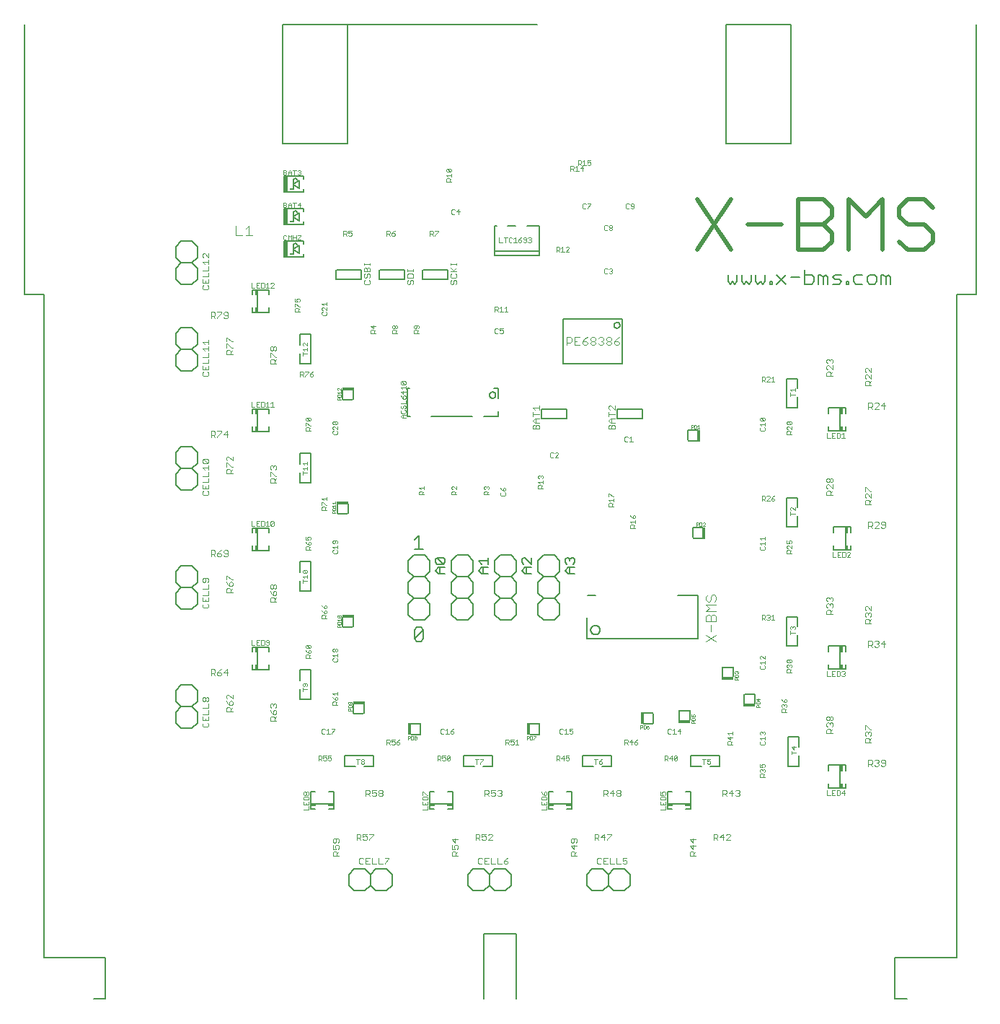
<source format=gto>
G75*
G70*
%OFA0B0*%
%FSLAX24Y24*%
%IPPOS*%
%LPD*%
%AMOC8*
5,1,8,0,0,1.08239X$1,22.5*
%
%ADD10C,0.0060*%
%ADD11C,0.0200*%
%ADD12C,0.0050*%
%ADD13C,0.0040*%
%ADD14C,0.0020*%
%ADD15C,0.0030*%
%ADD16C,0.0010*%
%ADD17R,0.0150X0.0550*%
%ADD18R,0.0500X0.0050*%
%ADD19R,0.0050X0.0500*%
%ADD20R,0.0550X0.0150*%
D10*
X008431Y012641D02*
X008181Y012891D01*
X008181Y013391D01*
X008431Y013641D01*
X008181Y013891D01*
X008181Y014391D01*
X008431Y014641D01*
X008931Y014641D01*
X009181Y014391D01*
X009181Y013891D01*
X008931Y013641D01*
X009181Y013391D01*
X009181Y012891D01*
X008931Y012641D01*
X008431Y012641D01*
X008431Y013641D02*
X008931Y013641D01*
X008931Y018141D02*
X008431Y018141D01*
X008181Y018391D01*
X008181Y018891D01*
X008431Y019141D01*
X008181Y019391D01*
X008181Y019891D01*
X008431Y020141D01*
X008931Y020141D01*
X009181Y019891D01*
X009181Y019391D01*
X008931Y019141D01*
X009181Y018891D01*
X009181Y018391D01*
X008931Y018141D01*
X008931Y019141D02*
X008431Y019141D01*
X008431Y023641D02*
X008181Y023891D01*
X008181Y024391D01*
X008431Y024641D01*
X008181Y024891D01*
X008181Y025391D01*
X008431Y025641D01*
X008931Y025641D01*
X009181Y025391D01*
X009181Y024891D01*
X008931Y024641D01*
X009181Y024391D01*
X009181Y023891D01*
X008931Y023641D01*
X008431Y023641D01*
X008431Y024641D02*
X008931Y024641D01*
X008931Y029141D02*
X008431Y029141D01*
X008181Y029391D01*
X008181Y029891D01*
X008431Y030141D01*
X008181Y030391D01*
X008181Y030891D01*
X008431Y031141D01*
X008931Y031141D01*
X009181Y030891D01*
X009181Y030391D01*
X008931Y030141D01*
X009181Y029891D01*
X009181Y029391D01*
X008931Y029141D01*
X008931Y030141D02*
X008431Y030141D01*
X008431Y033141D02*
X008181Y033391D01*
X008181Y033891D01*
X008431Y034141D01*
X008181Y034391D01*
X008181Y034891D01*
X008431Y035141D01*
X008931Y035141D01*
X009181Y034891D01*
X009181Y034391D01*
X008931Y034141D01*
X009181Y033891D01*
X009181Y033391D01*
X008931Y033141D01*
X008431Y033141D01*
X008431Y034141D02*
X008931Y034141D01*
X019425Y021562D02*
X019425Y020921D01*
X019638Y020921D02*
X019211Y020921D01*
X019181Y020641D02*
X018931Y020391D01*
X018931Y019891D01*
X019181Y019641D01*
X018931Y019391D01*
X018931Y018891D01*
X019181Y018641D01*
X018931Y018391D01*
X018931Y017891D01*
X019181Y017641D01*
X019681Y017641D01*
X019931Y017891D01*
X019931Y018391D01*
X019681Y018641D01*
X019181Y018641D01*
X019681Y018641D02*
X019931Y018891D01*
X019931Y019391D01*
X019681Y019641D01*
X019181Y019641D01*
X019681Y019641D02*
X019931Y019891D01*
X019931Y020391D01*
X019681Y020641D01*
X019181Y020641D01*
X019211Y021348D02*
X019425Y021562D01*
X020931Y020391D02*
X020931Y019891D01*
X021181Y019641D01*
X020931Y019391D01*
X020931Y018891D01*
X021181Y018641D01*
X020931Y018391D01*
X020931Y017891D01*
X021181Y017641D01*
X021681Y017641D01*
X021931Y017891D01*
X021931Y018391D01*
X021681Y018641D01*
X021181Y018641D01*
X021681Y018641D02*
X021931Y018891D01*
X021931Y019391D01*
X021681Y019641D01*
X021181Y019641D01*
X021681Y019641D02*
X021931Y019891D01*
X021931Y020391D01*
X021681Y020641D01*
X021181Y020641D01*
X020931Y020391D01*
X022931Y020391D02*
X022931Y019891D01*
X023181Y019641D01*
X022931Y019391D01*
X022931Y018891D01*
X023181Y018641D01*
X022931Y018391D01*
X022931Y017891D01*
X023181Y017641D01*
X023681Y017641D01*
X023931Y017891D01*
X023931Y018391D01*
X023681Y018641D01*
X023181Y018641D01*
X023681Y018641D02*
X023931Y018891D01*
X023931Y019391D01*
X023681Y019641D01*
X023181Y019641D01*
X023681Y019641D02*
X023931Y019891D01*
X023931Y020391D01*
X023681Y020641D01*
X023181Y020641D01*
X022931Y020391D01*
X024931Y020391D02*
X024931Y019891D01*
X025181Y019641D01*
X024931Y019391D01*
X024931Y018891D01*
X025181Y018641D01*
X024931Y018391D01*
X024931Y017891D01*
X025181Y017641D01*
X025681Y017641D01*
X025931Y017891D01*
X025931Y018391D01*
X025681Y018641D01*
X025181Y018641D01*
X025681Y018641D02*
X025931Y018891D01*
X025931Y019391D01*
X025681Y019641D01*
X025181Y019641D01*
X025681Y019641D02*
X025931Y019891D01*
X025931Y020391D01*
X025681Y020641D01*
X025181Y020641D01*
X024931Y020391D01*
X019638Y017205D02*
X019211Y016778D01*
X019318Y016671D01*
X019532Y016671D01*
X019638Y016778D01*
X019638Y017205D01*
X019532Y017312D01*
X019318Y017312D01*
X019211Y017205D01*
X019211Y016778D01*
X017931Y006141D02*
X017431Y006141D01*
X017181Y005891D01*
X017181Y005391D01*
X017431Y005141D01*
X017931Y005141D01*
X018181Y005391D01*
X018181Y005891D01*
X017931Y006141D01*
X017181Y005891D02*
X016931Y006141D01*
X016431Y006141D01*
X016181Y005891D01*
X016181Y005391D01*
X016431Y005141D01*
X016931Y005141D01*
X017181Y005391D01*
X021681Y005391D02*
X021931Y005141D01*
X022431Y005141D01*
X022681Y005391D01*
X022931Y005141D01*
X023431Y005141D01*
X023681Y005391D01*
X023681Y005891D01*
X023431Y006141D01*
X022931Y006141D01*
X022681Y005891D01*
X022681Y005391D01*
X022681Y005891D02*
X022431Y006141D01*
X021931Y006141D01*
X021681Y005891D01*
X021681Y005391D01*
X027181Y005391D02*
X027431Y005141D01*
X027931Y005141D01*
X028181Y005391D01*
X028431Y005141D01*
X028931Y005141D01*
X029181Y005391D01*
X029181Y005891D01*
X028931Y006141D01*
X028431Y006141D01*
X028181Y005891D01*
X028181Y005391D01*
X028181Y005891D02*
X027931Y006141D01*
X027431Y006141D01*
X027181Y005891D01*
X027181Y005391D01*
X033818Y033171D02*
X033925Y033278D01*
X034032Y033171D01*
X034138Y033278D01*
X034138Y033598D01*
X034356Y033598D02*
X034356Y033278D01*
X034463Y033171D01*
X034569Y033278D01*
X034676Y033171D01*
X034783Y033278D01*
X034783Y033598D01*
X035000Y033598D02*
X035000Y033278D01*
X035107Y033171D01*
X035214Y033278D01*
X035321Y033171D01*
X035427Y033278D01*
X035427Y033598D01*
X035645Y033278D02*
X035752Y033278D01*
X035752Y033171D01*
X035645Y033171D01*
X035645Y033278D01*
X035967Y033171D02*
X036394Y033598D01*
X036612Y033491D02*
X037039Y033491D01*
X037256Y033598D02*
X037577Y033598D01*
X037683Y033491D01*
X037683Y033278D01*
X037577Y033171D01*
X037256Y033171D01*
X037256Y033812D01*
X037901Y033598D02*
X037901Y033171D01*
X038114Y033171D02*
X038114Y033491D01*
X038221Y033598D01*
X038328Y033491D01*
X038328Y033171D01*
X038545Y033171D02*
X038866Y033171D01*
X038972Y033278D01*
X038866Y033385D01*
X038652Y033385D01*
X038545Y033491D01*
X038652Y033598D01*
X038972Y033598D01*
X039190Y033278D02*
X039297Y033278D01*
X039297Y033171D01*
X039190Y033171D01*
X039190Y033278D01*
X039512Y033278D02*
X039619Y033171D01*
X039939Y033171D01*
X040157Y033278D02*
X040263Y033171D01*
X040477Y033171D01*
X040584Y033278D01*
X040584Y033491D01*
X040477Y033598D01*
X040263Y033598D01*
X040157Y033491D01*
X040157Y033278D01*
X039939Y033598D02*
X039619Y033598D01*
X039512Y033491D01*
X039512Y033278D01*
X040801Y033171D02*
X040801Y033598D01*
X040908Y033598D01*
X041015Y033491D01*
X041121Y033598D01*
X041228Y033491D01*
X041228Y033171D01*
X041015Y033171D02*
X041015Y033491D01*
X038114Y033491D02*
X038008Y033598D01*
X037901Y033598D01*
X036394Y033171D02*
X035967Y033598D01*
X033818Y033171D02*
X033711Y033278D01*
X033711Y033598D01*
D11*
X033843Y034741D02*
X032281Y037083D01*
X033843Y037083D02*
X032281Y034741D01*
X034620Y035912D02*
X036181Y035912D01*
X036959Y035912D02*
X038130Y035912D01*
X038520Y035522D01*
X038520Y035131D01*
X038130Y034741D01*
X036959Y034741D01*
X036959Y037083D01*
X038130Y037083D01*
X038520Y036693D01*
X038520Y036302D01*
X038130Y035912D01*
X039298Y034741D02*
X039298Y037083D01*
X040078Y036302D01*
X040859Y037083D01*
X040859Y034741D01*
X041637Y035131D02*
X042027Y034741D01*
X042808Y034741D01*
X043198Y035131D01*
X043198Y035522D01*
X042808Y035912D01*
X042027Y035912D01*
X041637Y036302D01*
X041637Y036693D01*
X042027Y037083D01*
X042808Y037083D01*
X043198Y036693D01*
D12*
X004935Y002041D02*
X002085Y002041D01*
X002085Y032691D01*
X001185Y032691D01*
X001185Y045141D01*
X013135Y045141D02*
X013135Y039641D01*
X016135Y039641D01*
X016135Y045141D01*
X024885Y045141D01*
X033635Y045141D02*
X036635Y045141D01*
X036635Y039641D01*
X033635Y039641D01*
X033635Y045141D01*
X024981Y035841D02*
X024431Y035841D01*
X023881Y035841D02*
X023531Y035841D01*
X023031Y035841D02*
X022931Y035841D01*
X022931Y034691D01*
X024981Y034691D01*
X024981Y035841D01*
X024981Y034691D02*
X024981Y034491D01*
X022931Y034491D01*
X022931Y034691D01*
X020772Y033810D02*
X020772Y033377D01*
X019591Y033377D01*
X019591Y033810D01*
X019630Y033810D02*
X020772Y033810D01*
X018772Y033810D02*
X018772Y033377D01*
X017591Y033377D01*
X017591Y033810D01*
X017630Y033810D02*
X018772Y033810D01*
X016772Y033810D02*
X016772Y033377D01*
X015591Y033377D01*
X015591Y033810D01*
X015630Y033810D02*
X016772Y033810D01*
X014081Y034432D02*
X014081Y034551D01*
X014081Y034432D02*
X013255Y034432D01*
X013255Y035102D01*
X013215Y035102D01*
X013215Y034432D01*
X013176Y034432D01*
X013176Y035102D01*
X013215Y035102D01*
X013237Y035102D01*
X013237Y034472D01*
X013255Y034432D02*
X013215Y034432D01*
X013179Y034432D02*
X013179Y034551D01*
X013179Y034432D02*
X013176Y034432D01*
X013281Y034441D02*
X013281Y035141D01*
X013331Y035141D01*
X013331Y034441D01*
X013531Y034541D02*
X013581Y034541D01*
X013594Y034543D01*
X013606Y034548D01*
X013616Y034556D01*
X013624Y034566D01*
X013629Y034578D01*
X013631Y034591D01*
X013630Y034561D02*
X013630Y034747D01*
X013906Y034590D01*
X013906Y034944D01*
X013630Y034787D01*
X013630Y035012D01*
X013631Y034991D02*
X013633Y035004D01*
X013638Y035016D01*
X013646Y035026D01*
X013656Y035034D01*
X013668Y035039D01*
X013681Y035041D01*
X013731Y035041D01*
X013744Y035039D01*
X013756Y035034D01*
X013766Y035026D01*
X013774Y035016D01*
X013779Y035004D01*
X013781Y034991D01*
X013631Y034891D02*
X013631Y034741D01*
X013481Y034591D02*
X013483Y034578D01*
X013488Y034566D01*
X013496Y034556D01*
X013506Y034548D01*
X013518Y034543D01*
X013531Y034541D01*
X013179Y035023D02*
X013179Y035141D01*
X013281Y035141D01*
X014081Y035141D01*
X014081Y035023D01*
X014081Y035932D02*
X013255Y035932D01*
X013255Y036602D01*
X013215Y036602D01*
X013215Y035932D01*
X013176Y035932D01*
X013176Y036602D01*
X013215Y036602D01*
X013237Y036602D01*
X013237Y035972D01*
X013255Y035932D02*
X013215Y035932D01*
X013179Y035932D02*
X013179Y036051D01*
X013179Y035932D02*
X013176Y035932D01*
X013281Y035941D02*
X013281Y036641D01*
X013331Y036641D01*
X013331Y035941D01*
X013531Y036041D02*
X013581Y036041D01*
X013594Y036043D01*
X013606Y036048D01*
X013616Y036056D01*
X013624Y036066D01*
X013629Y036078D01*
X013631Y036091D01*
X013630Y036061D02*
X013630Y036247D01*
X013906Y036090D01*
X013906Y036444D01*
X013630Y036287D01*
X013630Y036512D01*
X013631Y036491D02*
X013633Y036504D01*
X013638Y036516D01*
X013646Y036526D01*
X013656Y036534D01*
X013668Y036539D01*
X013681Y036541D01*
X013731Y036541D01*
X013744Y036539D01*
X013756Y036534D01*
X013766Y036526D01*
X013774Y036516D01*
X013779Y036504D01*
X013781Y036491D01*
X013631Y036391D02*
X013631Y036241D01*
X013481Y036091D02*
X013483Y036078D01*
X013488Y036066D01*
X013496Y036056D01*
X013506Y036048D01*
X013518Y036043D01*
X013531Y036041D01*
X014081Y036051D02*
X014081Y035932D01*
X014081Y036523D02*
X014081Y036641D01*
X013281Y036641D01*
X013179Y036641D01*
X013179Y036523D01*
X013176Y037432D02*
X013215Y037432D01*
X013215Y038102D01*
X013255Y038102D01*
X013255Y037432D01*
X014081Y037432D01*
X014081Y037551D01*
X013906Y037590D02*
X013630Y037747D01*
X013630Y037561D01*
X013581Y037541D02*
X013531Y037541D01*
X013518Y037543D01*
X013506Y037548D01*
X013496Y037556D01*
X013488Y037566D01*
X013483Y037578D01*
X013481Y037591D01*
X013581Y037541D02*
X013594Y037543D01*
X013606Y037548D01*
X013616Y037556D01*
X013624Y037566D01*
X013629Y037578D01*
X013631Y037591D01*
X013631Y037741D02*
X013631Y037891D01*
X013630Y037787D02*
X013630Y038012D01*
X013631Y037991D02*
X013633Y038004D01*
X013638Y038016D01*
X013646Y038026D01*
X013656Y038034D01*
X013668Y038039D01*
X013681Y038041D01*
X013731Y038041D01*
X013744Y038039D01*
X013756Y038034D01*
X013766Y038026D01*
X013774Y038016D01*
X013779Y038004D01*
X013781Y037991D01*
X013906Y037944D02*
X013630Y037787D01*
X013906Y037944D02*
X013906Y037590D01*
X014081Y038023D02*
X014081Y038141D01*
X013281Y038141D01*
X013331Y038141D01*
X013331Y037441D01*
X013281Y037441D02*
X013281Y038141D01*
X013179Y038141D01*
X013179Y038023D01*
X013176Y038102D02*
X013176Y037432D01*
X013179Y037432D01*
X013179Y037551D01*
X013237Y037472D02*
X013237Y038102D01*
X013215Y038102D01*
X013176Y038102D01*
X013215Y037432D02*
X013255Y037432D01*
X012508Y032903D02*
X011878Y032903D01*
X011878Y032706D01*
X011918Y032706D02*
X011918Y032864D01*
X011878Y032864D01*
X011878Y032903D02*
X011721Y032903D01*
X011721Y032706D01*
X011957Y032864D02*
X011957Y031840D01*
X012508Y031840D01*
X012508Y032076D01*
X011918Y032076D02*
X011918Y031840D01*
X011957Y031840D01*
X011918Y031840D02*
X011878Y031840D01*
X011878Y032076D01*
X011721Y032076D02*
X011721Y031840D01*
X011878Y031840D01*
X012508Y032706D02*
X012508Y032903D01*
X013931Y030841D02*
X013931Y030341D01*
X013931Y029941D02*
X013931Y029491D01*
X014431Y029491D01*
X014431Y030841D01*
X013931Y030841D01*
X012508Y027403D02*
X011878Y027403D01*
X011878Y027206D01*
X011918Y027206D02*
X011918Y027364D01*
X011878Y027364D01*
X011878Y027403D02*
X011721Y027403D01*
X011721Y027206D01*
X011957Y027364D02*
X011957Y026340D01*
X012508Y026340D01*
X012508Y026576D01*
X011918Y026576D02*
X011918Y026340D01*
X011957Y026340D01*
X011918Y026340D02*
X011878Y026340D01*
X011878Y026576D01*
X011721Y026576D02*
X011721Y026340D01*
X011878Y026340D01*
X012508Y027206D02*
X012508Y027403D01*
X013931Y025341D02*
X013931Y024841D01*
X013931Y024441D02*
X013931Y023991D01*
X014431Y023991D01*
X014431Y025341D01*
X013931Y025341D01*
X012508Y021903D02*
X011878Y021903D01*
X011878Y021706D01*
X011918Y021706D02*
X011918Y021864D01*
X011878Y021864D01*
X011878Y021903D02*
X011721Y021903D01*
X011721Y021706D01*
X011957Y021864D02*
X011957Y020840D01*
X012508Y020840D01*
X012508Y021076D01*
X011918Y021076D02*
X011918Y020840D01*
X011957Y020840D01*
X011918Y020840D02*
X011878Y020840D01*
X011878Y021076D01*
X011721Y021076D02*
X011721Y020840D01*
X011878Y020840D01*
X012508Y021706D02*
X012508Y021903D01*
X013931Y020341D02*
X013931Y019841D01*
X013931Y019441D02*
X013931Y018991D01*
X014431Y018991D01*
X014431Y020341D01*
X013931Y020341D01*
X012508Y016403D02*
X011878Y016403D01*
X011878Y016206D01*
X011918Y016206D02*
X011918Y016364D01*
X011878Y016364D01*
X011878Y016403D02*
X011721Y016403D01*
X011721Y016206D01*
X011957Y016364D02*
X011957Y015340D01*
X012508Y015340D01*
X012508Y015576D01*
X011918Y015576D02*
X011918Y015340D01*
X011957Y015340D01*
X011918Y015340D02*
X011878Y015340D01*
X011878Y015576D01*
X011721Y015576D02*
X011721Y015340D01*
X011878Y015340D01*
X012508Y016206D02*
X012508Y016403D01*
X013931Y015341D02*
X013931Y014841D01*
X013931Y014441D02*
X013931Y013991D01*
X014431Y013991D01*
X014431Y015341D01*
X013931Y015341D01*
X015981Y011391D02*
X015981Y010891D01*
X016481Y010891D01*
X016881Y010891D02*
X017331Y010891D01*
X017331Y011391D01*
X015981Y011391D01*
X015483Y009718D02*
X015246Y009718D01*
X015483Y009718D02*
X015483Y009167D01*
X014459Y009167D01*
X014459Y009127D02*
X014616Y009127D01*
X014616Y009088D02*
X014420Y009088D01*
X014420Y008930D01*
X014616Y008930D01*
X014459Y009088D02*
X014459Y009127D01*
X014420Y009088D02*
X014420Y009718D01*
X014616Y009718D01*
X015246Y009127D02*
X015483Y009127D01*
X015483Y009167D01*
X015483Y009127D02*
X015483Y009088D01*
X015246Y009088D01*
X015246Y008930D02*
X015483Y008930D01*
X015483Y009088D01*
X019920Y009088D02*
X019920Y008930D01*
X020116Y008930D01*
X020116Y009088D02*
X019920Y009088D01*
X019920Y009718D01*
X020116Y009718D01*
X019959Y009167D02*
X020983Y009167D01*
X020983Y009718D01*
X020746Y009718D01*
X020746Y009127D02*
X020983Y009127D01*
X020983Y009167D01*
X020983Y009127D02*
X020983Y009088D01*
X020746Y009088D01*
X020746Y008930D02*
X020983Y008930D01*
X020983Y009088D01*
X020116Y009127D02*
X019959Y009127D01*
X019959Y009088D01*
X021481Y010891D02*
X021981Y010891D01*
X022381Y010891D02*
X022831Y010891D01*
X022831Y011391D01*
X021481Y011391D01*
X021481Y010891D01*
X025420Y009718D02*
X025420Y009088D01*
X025616Y009088D01*
X025616Y009127D02*
X025459Y009127D01*
X025459Y009088D01*
X025420Y009088D02*
X025420Y008930D01*
X025616Y008930D01*
X025459Y009167D02*
X026483Y009167D01*
X026483Y009718D01*
X026246Y009718D01*
X026246Y009127D02*
X026483Y009127D01*
X026483Y009167D01*
X026483Y009127D02*
X026483Y009088D01*
X026246Y009088D01*
X026246Y008930D02*
X026483Y008930D01*
X026483Y009088D01*
X025616Y009718D02*
X025420Y009718D01*
X026981Y010891D02*
X026981Y011391D01*
X028331Y011391D01*
X028331Y010891D01*
X027881Y010891D01*
X027481Y010891D02*
X026981Y010891D01*
X030920Y009718D02*
X030920Y009088D01*
X031116Y009088D01*
X031116Y009127D02*
X030959Y009127D01*
X030959Y009088D01*
X030920Y009088D02*
X030920Y008930D01*
X031116Y008930D01*
X030959Y009167D02*
X031983Y009167D01*
X031983Y009718D01*
X031746Y009718D01*
X031746Y009127D02*
X031983Y009127D01*
X031983Y009167D01*
X031983Y009127D02*
X031983Y009088D01*
X031746Y009088D01*
X031746Y008930D02*
X031983Y008930D01*
X031983Y009088D01*
X031116Y009718D02*
X030920Y009718D01*
X031981Y010891D02*
X032481Y010891D01*
X032881Y010891D02*
X033331Y010891D01*
X033331Y011391D01*
X031981Y011391D01*
X031981Y010891D01*
X036481Y010891D02*
X036981Y010891D01*
X036981Y011391D01*
X036981Y011791D02*
X036981Y012241D01*
X036481Y012241D01*
X036481Y010891D01*
X038355Y010942D02*
X038355Y010706D01*
X038355Y010942D02*
X038906Y010942D01*
X038906Y009919D01*
X038945Y009919D02*
X038945Y010076D01*
X038985Y010076D02*
X038985Y009879D01*
X039142Y009879D01*
X039142Y010076D01*
X038985Y009919D02*
X038945Y009919D01*
X038985Y009879D02*
X038355Y009879D01*
X038355Y010076D01*
X038945Y010706D02*
X038945Y010942D01*
X038906Y010942D01*
X038945Y010942D02*
X038985Y010942D01*
X038985Y010706D01*
X039142Y010706D02*
X039142Y010942D01*
X038985Y010942D01*
X038985Y015379D02*
X038355Y015379D01*
X038355Y015576D01*
X038906Y015419D02*
X038906Y016442D01*
X038355Y016442D01*
X038355Y016206D01*
X038945Y016206D02*
X038945Y016442D01*
X038906Y016442D01*
X038945Y016442D02*
X038985Y016442D01*
X038985Y016206D01*
X039142Y016206D02*
X039142Y016442D01*
X038985Y016442D01*
X038985Y015576D02*
X038985Y015379D01*
X039142Y015379D01*
X039142Y015576D01*
X038945Y015576D02*
X038945Y015419D01*
X038985Y015419D01*
X036931Y016441D02*
X036931Y016941D01*
X036931Y017341D02*
X036931Y017791D01*
X036431Y017791D01*
X036431Y016441D01*
X036931Y016441D01*
X032339Y016799D02*
X032339Y018767D01*
X032331Y018791D02*
X031381Y018791D01*
X032339Y016799D02*
X027221Y016799D01*
X027181Y016791D02*
X027181Y017741D01*
X027369Y017191D02*
X027371Y017220D01*
X027377Y017248D01*
X027387Y017275D01*
X027400Y017301D01*
X027417Y017325D01*
X027436Y017346D01*
X027459Y017364D01*
X027483Y017379D01*
X027510Y017391D01*
X027538Y017399D01*
X027567Y017403D01*
X027595Y017403D01*
X027624Y017399D01*
X027652Y017391D01*
X027679Y017379D01*
X027703Y017364D01*
X027726Y017346D01*
X027745Y017325D01*
X027762Y017301D01*
X027775Y017275D01*
X027785Y017248D01*
X027791Y017220D01*
X027793Y017191D01*
X027791Y017162D01*
X027785Y017134D01*
X027775Y017107D01*
X027762Y017081D01*
X027745Y017057D01*
X027726Y017036D01*
X027703Y017018D01*
X027679Y017003D01*
X027652Y016991D01*
X027624Y016983D01*
X027595Y016979D01*
X027567Y016979D01*
X027538Y016983D01*
X027510Y016991D01*
X027483Y017003D01*
X027459Y017018D01*
X027436Y017036D01*
X027417Y017057D01*
X027400Y017081D01*
X027387Y017107D01*
X027377Y017134D01*
X027371Y017162D01*
X027369Y017191D01*
X027231Y018791D02*
X027581Y018791D01*
X026626Y019775D02*
X026326Y019775D01*
X026176Y019925D01*
X026326Y020076D01*
X026626Y020076D01*
X026551Y020236D02*
X026626Y020311D01*
X026626Y020461D01*
X026551Y020536D01*
X026476Y020536D01*
X026401Y020461D01*
X026401Y020386D01*
X026401Y020461D02*
X026326Y020536D01*
X026251Y020536D01*
X026176Y020461D01*
X026176Y020311D01*
X026251Y020236D01*
X026401Y020076D02*
X026401Y019775D01*
X024626Y019775D02*
X024326Y019775D01*
X024176Y019925D01*
X024326Y020076D01*
X024626Y020076D01*
X024626Y020236D02*
X024326Y020536D01*
X024251Y020536D01*
X024176Y020461D01*
X024176Y020311D01*
X024251Y020236D01*
X024401Y020076D02*
X024401Y019775D01*
X024626Y020236D02*
X024626Y020536D01*
X022626Y020536D02*
X022626Y020236D01*
X022626Y020386D02*
X022176Y020386D01*
X022326Y020236D01*
X022326Y020076D02*
X022626Y020076D01*
X022401Y020076D02*
X022401Y019775D01*
X022326Y019775D02*
X022176Y019925D01*
X022326Y020076D01*
X022326Y019775D02*
X022626Y019775D01*
X020626Y019775D02*
X020326Y019775D01*
X020176Y019925D01*
X020326Y020076D01*
X020626Y020076D01*
X020551Y020236D02*
X020251Y020536D01*
X020551Y020536D01*
X020626Y020461D01*
X020626Y020311D01*
X020551Y020236D01*
X020251Y020236D01*
X020176Y020311D01*
X020176Y020461D01*
X020251Y020536D01*
X020401Y020076D02*
X020401Y019775D01*
X019981Y027041D02*
X021881Y027041D01*
X022431Y027041D02*
X023081Y027041D01*
X023081Y027291D01*
X023081Y027891D02*
X023081Y028341D01*
X022881Y028341D01*
X022690Y028041D02*
X022692Y028064D01*
X022698Y028087D01*
X022707Y028108D01*
X022720Y028128D01*
X022736Y028145D01*
X022754Y028159D01*
X022774Y028170D01*
X022796Y028178D01*
X022819Y028182D01*
X022843Y028182D01*
X022866Y028178D01*
X022888Y028170D01*
X022908Y028159D01*
X022926Y028145D01*
X022942Y028128D01*
X022955Y028108D01*
X022964Y028087D01*
X022970Y028064D01*
X022972Y028041D01*
X022970Y028018D01*
X022964Y027995D01*
X022955Y027974D01*
X022942Y027954D01*
X022926Y027937D01*
X022908Y027923D01*
X022888Y027912D01*
X022866Y027904D01*
X022843Y027900D01*
X022819Y027900D01*
X022796Y027904D01*
X022774Y027912D01*
X022754Y027923D01*
X022736Y027937D01*
X022720Y027954D01*
X022707Y027974D01*
X022698Y027995D01*
X022692Y028018D01*
X022690Y028041D01*
X025091Y027405D02*
X025091Y026972D01*
X026233Y026972D01*
X026272Y026972D02*
X026272Y027405D01*
X025091Y027405D01*
X026081Y029481D02*
X026081Y031561D01*
X026211Y031561D01*
X026211Y031551D01*
X028821Y031551D01*
X028821Y029481D01*
X026081Y029481D01*
X026211Y031561D02*
X026211Y031591D01*
X028446Y031271D02*
X028448Y031294D01*
X028454Y031316D01*
X028463Y031337D01*
X028476Y031356D01*
X028492Y031372D01*
X028510Y031386D01*
X028531Y031396D01*
X028553Y031403D01*
X028575Y031406D01*
X028598Y031405D01*
X028621Y031400D01*
X028642Y031392D01*
X028661Y031380D01*
X028678Y031364D01*
X028693Y031347D01*
X028704Y031327D01*
X028712Y031305D01*
X028716Y031282D01*
X028716Y031260D01*
X028712Y031237D01*
X028704Y031215D01*
X028693Y031195D01*
X028678Y031178D01*
X028661Y031162D01*
X028642Y031150D01*
X028621Y031142D01*
X028598Y031137D01*
X028575Y031136D01*
X028553Y031139D01*
X028531Y031146D01*
X028510Y031156D01*
X028492Y031170D01*
X028476Y031186D01*
X028463Y031205D01*
X028454Y031226D01*
X028448Y031248D01*
X028446Y031271D01*
X028591Y027405D02*
X029772Y027405D01*
X029772Y026972D01*
X029733Y026972D02*
X028591Y026972D01*
X028591Y027405D01*
X036431Y027441D02*
X036931Y027441D01*
X036931Y027941D01*
X036931Y028341D02*
X036931Y028791D01*
X036431Y028791D01*
X036431Y027441D01*
X038355Y027442D02*
X038355Y027206D01*
X038355Y027442D02*
X038906Y027442D01*
X038906Y026419D01*
X038945Y026419D02*
X038945Y026576D01*
X038985Y026576D02*
X038985Y026379D01*
X039142Y026379D01*
X039142Y026576D01*
X038985Y026419D02*
X038945Y026419D01*
X038985Y026379D02*
X038355Y026379D01*
X038355Y026576D01*
X038945Y027206D02*
X038945Y027442D01*
X038906Y027442D01*
X038945Y027442D02*
X038985Y027442D01*
X038985Y027206D01*
X039142Y027206D02*
X039142Y027442D01*
X038985Y027442D01*
X036931Y023291D02*
X036431Y023291D01*
X036431Y021941D01*
X036931Y021941D01*
X036931Y022441D01*
X036931Y022841D02*
X036931Y023291D01*
X038605Y021942D02*
X038605Y021706D01*
X038605Y021942D02*
X039156Y021942D01*
X039156Y020919D01*
X039195Y020919D02*
X039195Y021076D01*
X039235Y021076D02*
X039235Y020879D01*
X039392Y020879D01*
X039392Y021076D01*
X039235Y020919D02*
X039195Y020919D01*
X039235Y020879D02*
X038605Y020879D01*
X038605Y021076D01*
X039195Y021706D02*
X039195Y021942D01*
X039156Y021942D01*
X039195Y021942D02*
X039235Y021942D01*
X039235Y021706D01*
X039392Y021706D02*
X039392Y021942D01*
X039235Y021942D01*
X044285Y032691D02*
X044285Y002041D01*
X041435Y002041D01*
X041435Y000141D01*
X041985Y000141D01*
X023935Y000141D02*
X023935Y003141D01*
X022435Y003141D01*
X022435Y000141D01*
X004935Y000141D02*
X004385Y000141D01*
X004935Y000141D02*
X004935Y002041D01*
X018881Y027041D02*
X019031Y027041D01*
X018881Y027041D02*
X018881Y028341D01*
X018981Y028341D01*
X016135Y045141D02*
X014635Y045141D01*
X013135Y045141D01*
X044285Y032691D02*
X045185Y032691D01*
X045185Y045141D01*
D13*
X033085Y018809D02*
X033161Y018733D01*
X033161Y018579D01*
X033085Y018503D01*
X032931Y018579D02*
X032931Y018733D01*
X033008Y018809D01*
X033085Y018809D01*
X032931Y018579D02*
X032855Y018503D01*
X032778Y018503D01*
X032701Y018579D01*
X032701Y018733D01*
X032778Y018809D01*
X032701Y018349D02*
X033161Y018349D01*
X033161Y018042D02*
X032701Y018042D01*
X032855Y018196D01*
X032701Y018349D01*
X032778Y017889D02*
X032855Y017889D01*
X032931Y017812D01*
X032931Y017582D01*
X032931Y017428D02*
X032931Y017121D01*
X032701Y016968D02*
X033161Y016661D01*
X033161Y016968D02*
X032701Y016661D01*
X032701Y017582D02*
X032701Y017812D01*
X032778Y017889D01*
X032931Y017812D02*
X033008Y017889D01*
X033085Y017889D01*
X033161Y017812D01*
X033161Y017582D01*
X032701Y017582D01*
X011719Y035411D02*
X011412Y035411D01*
X011565Y035411D02*
X011565Y035871D01*
X011412Y035718D01*
X011258Y035411D02*
X010951Y035411D01*
X010951Y035871D01*
D14*
X013157Y035395D02*
X013157Y035248D01*
X013194Y035211D01*
X013268Y035211D01*
X013304Y035248D01*
X013378Y035211D02*
X013378Y035431D01*
X013452Y035358D01*
X013525Y035431D01*
X013525Y035211D01*
X013599Y035211D02*
X013599Y035431D01*
X013599Y035321D02*
X013746Y035321D01*
X013820Y035248D02*
X013820Y035211D01*
X013967Y035211D01*
X013820Y035248D02*
X013967Y035395D01*
X013967Y035431D01*
X013820Y035431D01*
X013746Y035431D02*
X013746Y035211D01*
X013304Y035395D02*
X013268Y035431D01*
X013194Y035431D01*
X013157Y035395D01*
X013157Y036711D02*
X013268Y036711D01*
X013304Y036748D01*
X013304Y036784D01*
X013268Y036821D01*
X013157Y036821D01*
X013157Y036711D02*
X013157Y036931D01*
X013268Y036931D01*
X013304Y036895D01*
X013304Y036858D01*
X013268Y036821D01*
X013378Y036821D02*
X013525Y036821D01*
X013525Y036858D02*
X013525Y036711D01*
X013378Y036711D02*
X013378Y036858D01*
X013452Y036931D01*
X013525Y036858D01*
X013599Y036931D02*
X013746Y036931D01*
X013673Y036931D02*
X013673Y036711D01*
X013820Y036821D02*
X013967Y036821D01*
X013931Y036711D02*
X013931Y036931D01*
X013820Y036821D01*
X013857Y038211D02*
X013820Y038248D01*
X013857Y038211D02*
X013931Y038211D01*
X013967Y038248D01*
X013967Y038284D01*
X013931Y038321D01*
X013894Y038321D01*
X013931Y038321D02*
X013967Y038358D01*
X013967Y038395D01*
X013931Y038431D01*
X013857Y038431D01*
X013820Y038395D01*
X013746Y038431D02*
X013599Y038431D01*
X013673Y038431D02*
X013673Y038211D01*
X013525Y038211D02*
X013525Y038358D01*
X013452Y038431D01*
X013378Y038358D01*
X013378Y038211D01*
X013304Y038248D02*
X013268Y038211D01*
X013157Y038211D01*
X013157Y038431D01*
X013268Y038431D01*
X013304Y038395D01*
X013304Y038358D01*
X013268Y038321D01*
X013157Y038321D01*
X013268Y038321D02*
X013304Y038284D01*
X013304Y038248D01*
X013378Y038321D02*
X013525Y038321D01*
X015941Y035621D02*
X016051Y035621D01*
X016088Y035585D01*
X016088Y035511D01*
X016051Y035474D01*
X015941Y035474D01*
X015941Y035401D02*
X015941Y035621D01*
X016015Y035474D02*
X016088Y035401D01*
X016162Y035438D02*
X016199Y035401D01*
X016272Y035401D01*
X016309Y035438D01*
X016309Y035511D01*
X016272Y035548D01*
X016236Y035548D01*
X016162Y035511D01*
X016162Y035621D01*
X016309Y035621D01*
X017941Y035621D02*
X018051Y035621D01*
X018088Y035585D01*
X018088Y035511D01*
X018051Y035474D01*
X017941Y035474D01*
X017941Y035401D02*
X017941Y035621D01*
X018015Y035474D02*
X018088Y035401D01*
X018162Y035438D02*
X018199Y035401D01*
X018272Y035401D01*
X018309Y035438D01*
X018309Y035474D01*
X018272Y035511D01*
X018162Y035511D01*
X018162Y035438D01*
X018162Y035511D02*
X018236Y035585D01*
X018309Y035621D01*
X019941Y035621D02*
X020051Y035621D01*
X020088Y035585D01*
X020088Y035511D01*
X020051Y035474D01*
X019941Y035474D01*
X019941Y035401D02*
X019941Y035621D01*
X020015Y035474D02*
X020088Y035401D01*
X020162Y035401D02*
X020162Y035438D01*
X020309Y035585D01*
X020309Y035621D01*
X020162Y035621D01*
X020978Y036401D02*
X021051Y036401D01*
X021088Y036438D01*
X021162Y036511D02*
X021309Y036511D01*
X021272Y036401D02*
X021272Y036621D01*
X021162Y036511D01*
X021088Y036585D02*
X021051Y036621D01*
X020978Y036621D01*
X020941Y036585D01*
X020941Y036438D01*
X020978Y036401D01*
X020921Y037901D02*
X020701Y037901D01*
X020701Y038011D01*
X020738Y038048D01*
X020811Y038048D01*
X020848Y038011D01*
X020848Y037901D01*
X020848Y037974D02*
X020921Y038048D01*
X020921Y038122D02*
X020921Y038269D01*
X020921Y038195D02*
X020701Y038195D01*
X020775Y038122D01*
X020738Y038343D02*
X020701Y038380D01*
X020701Y038453D01*
X020738Y038490D01*
X020885Y038343D01*
X020921Y038380D01*
X020921Y038453D01*
X020885Y038490D01*
X020738Y038490D01*
X020738Y038343D02*
X020885Y038343D01*
X023141Y035321D02*
X023141Y035101D01*
X023288Y035101D01*
X023436Y035101D02*
X023436Y035321D01*
X023509Y035321D02*
X023362Y035321D01*
X023583Y035285D02*
X023583Y035138D01*
X023620Y035101D01*
X023693Y035101D01*
X023730Y035138D01*
X023804Y035101D02*
X023951Y035101D01*
X023878Y035101D02*
X023878Y035321D01*
X023804Y035248D01*
X023730Y035285D02*
X023693Y035321D01*
X023620Y035321D01*
X023583Y035285D01*
X024025Y035211D02*
X024135Y035211D01*
X024172Y035174D01*
X024172Y035138D01*
X024135Y035101D01*
X024062Y035101D01*
X024025Y035138D01*
X024025Y035211D01*
X024099Y035285D01*
X024172Y035321D01*
X024246Y035285D02*
X024246Y035248D01*
X024283Y035211D01*
X024393Y035211D01*
X024393Y035138D02*
X024393Y035285D01*
X024356Y035321D01*
X024283Y035321D01*
X024246Y035285D01*
X024246Y035138D02*
X024283Y035101D01*
X024356Y035101D01*
X024393Y035138D01*
X024467Y035138D02*
X024504Y035101D01*
X024577Y035101D01*
X024614Y035138D01*
X024614Y035174D01*
X024577Y035211D01*
X024541Y035211D01*
X024577Y035211D02*
X024614Y035248D01*
X024614Y035285D01*
X024577Y035321D01*
X024504Y035321D01*
X024467Y035285D01*
X025778Y034881D02*
X025778Y034661D01*
X025778Y034734D02*
X025889Y034734D01*
X025925Y034771D01*
X025925Y034845D01*
X025889Y034881D01*
X025778Y034881D01*
X025852Y034734D02*
X025925Y034661D01*
X025999Y034661D02*
X026146Y034661D01*
X026073Y034661D02*
X026073Y034881D01*
X025999Y034808D01*
X026220Y034845D02*
X026257Y034881D01*
X026331Y034881D01*
X026367Y034845D01*
X026367Y034808D01*
X026220Y034661D01*
X026367Y034661D01*
X027999Y033845D02*
X027999Y033698D01*
X028036Y033661D01*
X028110Y033661D01*
X028146Y033698D01*
X028220Y033698D02*
X028257Y033661D01*
X028331Y033661D01*
X028367Y033698D01*
X028367Y033734D01*
X028331Y033771D01*
X028294Y033771D01*
X028331Y033771D02*
X028367Y033808D01*
X028367Y033845D01*
X028331Y033881D01*
X028257Y033881D01*
X028220Y033845D01*
X028146Y033845D02*
X028110Y033881D01*
X028036Y033881D01*
X027999Y033845D01*
X028036Y035661D02*
X028110Y035661D01*
X028146Y035698D01*
X028220Y035698D02*
X028220Y035734D01*
X028257Y035771D01*
X028331Y035771D01*
X028367Y035734D01*
X028367Y035698D01*
X028331Y035661D01*
X028257Y035661D01*
X028220Y035698D01*
X028257Y035771D02*
X028220Y035808D01*
X028220Y035845D01*
X028257Y035881D01*
X028331Y035881D01*
X028367Y035845D01*
X028367Y035808D01*
X028331Y035771D01*
X028146Y035845D02*
X028110Y035881D01*
X028036Y035881D01*
X027999Y035845D01*
X027999Y035698D01*
X028036Y035661D01*
X027220Y036661D02*
X027220Y036698D01*
X027367Y036845D01*
X027367Y036881D01*
X027220Y036881D01*
X027146Y036845D02*
X027110Y036881D01*
X027036Y036881D01*
X026999Y036845D01*
X026999Y036698D01*
X027036Y036661D01*
X027110Y036661D01*
X027146Y036698D01*
X026993Y038401D02*
X026993Y038621D01*
X026883Y038511D01*
X027030Y038511D01*
X026999Y038661D02*
X027146Y038661D01*
X027073Y038661D02*
X027073Y038881D01*
X026999Y038808D01*
X026925Y038845D02*
X026925Y038771D01*
X026889Y038734D01*
X026778Y038734D01*
X026778Y038661D02*
X026778Y038881D01*
X026889Y038881D01*
X026925Y038845D01*
X026852Y038734D02*
X026925Y038661D01*
X026736Y038621D02*
X026736Y038401D01*
X026809Y038401D02*
X026662Y038401D01*
X026588Y038401D02*
X026515Y038474D01*
X026551Y038474D02*
X026441Y038474D01*
X026441Y038401D02*
X026441Y038621D01*
X026551Y038621D01*
X026588Y038585D01*
X026588Y038511D01*
X026551Y038474D01*
X026662Y038548D02*
X026736Y038621D01*
X027220Y038698D02*
X027257Y038661D01*
X027331Y038661D01*
X027367Y038698D01*
X027367Y038771D01*
X027331Y038808D01*
X027294Y038808D01*
X027220Y038771D01*
X027220Y038881D01*
X027367Y038881D01*
X029036Y036881D02*
X028999Y036845D01*
X028999Y036698D01*
X029036Y036661D01*
X029110Y036661D01*
X029146Y036698D01*
X029220Y036698D02*
X029257Y036661D01*
X029331Y036661D01*
X029367Y036698D01*
X029367Y036845D01*
X029331Y036881D01*
X029257Y036881D01*
X029220Y036845D01*
X029220Y036808D01*
X029257Y036771D01*
X029367Y036771D01*
X029146Y036845D02*
X029110Y036881D01*
X029036Y036881D01*
X023457Y032121D02*
X023457Y031901D01*
X023530Y031901D02*
X023383Y031901D01*
X023309Y031901D02*
X023162Y031901D01*
X023236Y031901D02*
X023236Y032121D01*
X023162Y032048D01*
X023088Y032085D02*
X023088Y032011D01*
X023051Y031974D01*
X022941Y031974D01*
X022941Y031901D02*
X022941Y032121D01*
X023051Y032121D01*
X023088Y032085D01*
X023015Y031974D02*
X023088Y031901D01*
X023383Y032048D02*
X023457Y032121D01*
X023309Y031121D02*
X023162Y031121D01*
X023162Y031011D01*
X023236Y031048D01*
X023272Y031048D01*
X023309Y031011D01*
X023309Y030938D01*
X023272Y030901D01*
X023199Y030901D01*
X023162Y030938D01*
X023088Y030938D02*
X023051Y030901D01*
X022978Y030901D01*
X022941Y030938D01*
X022941Y031085D01*
X022978Y031121D01*
X023051Y031121D01*
X023088Y031085D01*
X019421Y031048D02*
X019348Y030974D01*
X019348Y031011D02*
X019348Y030901D01*
X019421Y030901D02*
X019201Y030901D01*
X019201Y031011D01*
X019238Y031048D01*
X019311Y031048D01*
X019348Y031011D01*
X019385Y031122D02*
X019421Y031159D01*
X019421Y031232D01*
X019385Y031269D01*
X019238Y031269D01*
X019201Y031232D01*
X019201Y031159D01*
X019238Y031122D01*
X019275Y031122D01*
X019311Y031159D01*
X019311Y031269D01*
X018421Y031232D02*
X018421Y031159D01*
X018385Y031122D01*
X018348Y031122D01*
X018311Y031159D01*
X018311Y031232D01*
X018348Y031269D01*
X018385Y031269D01*
X018421Y031232D01*
X018311Y031232D02*
X018275Y031269D01*
X018238Y031269D01*
X018201Y031232D01*
X018201Y031159D01*
X018238Y031122D01*
X018275Y031122D01*
X018311Y031159D01*
X018311Y031048D02*
X018348Y031011D01*
X018348Y030901D01*
X018421Y030901D02*
X018201Y030901D01*
X018201Y031011D01*
X018238Y031048D01*
X018311Y031048D01*
X018348Y030974D02*
X018421Y031048D01*
X017421Y031048D02*
X017348Y030974D01*
X017348Y031011D02*
X017348Y030901D01*
X017421Y030901D02*
X017201Y030901D01*
X017201Y031011D01*
X017238Y031048D01*
X017311Y031048D01*
X017348Y031011D01*
X017311Y031122D02*
X017311Y031269D01*
X017201Y031232D02*
X017311Y031122D01*
X017421Y031232D02*
X017201Y031232D01*
X015161Y031775D02*
X015161Y031848D01*
X015125Y031885D01*
X015161Y031959D02*
X015015Y032106D01*
X014978Y032106D01*
X014941Y032069D01*
X014941Y031996D01*
X014978Y031959D01*
X014978Y031885D02*
X014941Y031848D01*
X014941Y031775D01*
X014978Y031738D01*
X015125Y031738D01*
X015161Y031775D01*
X015161Y031959D02*
X015161Y032106D01*
X015161Y032180D02*
X015161Y032327D01*
X015161Y032254D02*
X014941Y032254D01*
X015015Y032180D01*
X013921Y032122D02*
X013885Y032122D01*
X013738Y032269D01*
X013701Y032269D01*
X013701Y032122D01*
X013738Y032048D02*
X013811Y032048D01*
X013848Y032011D01*
X013848Y031901D01*
X013921Y031901D02*
X013701Y031901D01*
X013701Y032011D01*
X013738Y032048D01*
X013848Y031974D02*
X013921Y032048D01*
X013885Y032343D02*
X013921Y032380D01*
X013921Y032453D01*
X013885Y032490D01*
X013811Y032490D01*
X013775Y032453D01*
X013775Y032416D01*
X013811Y032343D01*
X013701Y032343D01*
X013701Y032490D01*
X012722Y033001D02*
X012575Y033001D01*
X012722Y033148D01*
X012722Y033185D01*
X012685Y033221D01*
X012612Y033221D01*
X012575Y033185D01*
X012428Y033221D02*
X012428Y033001D01*
X012501Y033001D02*
X012354Y033001D01*
X012280Y033038D02*
X012280Y033185D01*
X012243Y033221D01*
X012133Y033221D01*
X012133Y033001D01*
X012243Y033001D01*
X012280Y033038D01*
X012354Y033148D02*
X012428Y033221D01*
X012059Y033221D02*
X011912Y033221D01*
X011912Y033001D01*
X012059Y033001D01*
X011986Y033111D02*
X011912Y033111D01*
X011838Y033001D02*
X011691Y033001D01*
X011691Y033221D01*
X014082Y030456D02*
X014046Y030419D01*
X014046Y030346D01*
X014082Y030309D01*
X014082Y030456D02*
X014119Y030456D01*
X014266Y030309D01*
X014266Y030456D01*
X014266Y030235D02*
X014266Y030088D01*
X014266Y030162D02*
X014046Y030162D01*
X014119Y030088D01*
X014046Y030014D02*
X014046Y029867D01*
X014046Y029941D02*
X014266Y029941D01*
X014309Y029121D02*
X014309Y029085D01*
X014162Y028938D01*
X014162Y028901D01*
X014088Y028901D02*
X014015Y028974D01*
X014051Y028974D02*
X013941Y028974D01*
X013941Y028901D02*
X013941Y029121D01*
X014051Y029121D01*
X014088Y029085D01*
X014088Y029011D01*
X014051Y028974D01*
X014162Y029121D02*
X014309Y029121D01*
X014383Y029011D02*
X014383Y028938D01*
X014420Y028901D01*
X014493Y028901D01*
X014530Y028938D01*
X014530Y028974D01*
X014493Y029011D01*
X014383Y029011D01*
X014457Y029085D01*
X014530Y029121D01*
X012649Y027721D02*
X012649Y027501D01*
X012722Y027501D02*
X012575Y027501D01*
X012501Y027501D02*
X012354Y027501D01*
X012428Y027501D02*
X012428Y027721D01*
X012354Y027648D01*
X012280Y027685D02*
X012243Y027721D01*
X012133Y027721D01*
X012133Y027501D01*
X012243Y027501D01*
X012280Y027538D01*
X012280Y027685D01*
X012059Y027721D02*
X011912Y027721D01*
X011912Y027501D01*
X012059Y027501D01*
X011986Y027611D02*
X011912Y027611D01*
X011838Y027501D02*
X011691Y027501D01*
X011691Y027721D01*
X012575Y027648D02*
X012649Y027721D01*
X014201Y026953D02*
X014238Y026990D01*
X014385Y026843D01*
X014421Y026880D01*
X014421Y026953D01*
X014385Y026990D01*
X014238Y026990D01*
X014201Y026953D02*
X014201Y026880D01*
X014238Y026843D01*
X014385Y026843D01*
X014238Y026769D02*
X014385Y026622D01*
X014421Y026622D01*
X014421Y026548D02*
X014348Y026474D01*
X014348Y026511D02*
X014348Y026401D01*
X014421Y026401D02*
X014201Y026401D01*
X014201Y026511D01*
X014238Y026548D01*
X014311Y026548D01*
X014348Y026511D01*
X014201Y026622D02*
X014201Y026769D01*
X014238Y026769D01*
X015441Y026790D02*
X015441Y026717D01*
X015478Y026680D01*
X015625Y026680D01*
X015478Y026827D01*
X015625Y026827D01*
X015661Y026790D01*
X015661Y026717D01*
X015625Y026680D01*
X015661Y026606D02*
X015661Y026459D01*
X015515Y026606D01*
X015478Y026606D01*
X015441Y026569D01*
X015441Y026496D01*
X015478Y026459D01*
X015478Y026385D02*
X015441Y026348D01*
X015441Y026275D01*
X015478Y026238D01*
X015625Y026238D01*
X015661Y026275D01*
X015661Y026348D01*
X015625Y026385D01*
X015441Y026790D02*
X015478Y026827D01*
X014266Y024956D02*
X014266Y024809D01*
X014266Y024883D02*
X014046Y024883D01*
X014119Y024809D01*
X014266Y024735D02*
X014266Y024588D01*
X014266Y024662D02*
X014046Y024662D01*
X014119Y024588D01*
X014046Y024514D02*
X014046Y024367D01*
X014046Y024441D02*
X014266Y024441D01*
X014941Y023254D02*
X015161Y023254D01*
X015161Y023327D02*
X015161Y023180D01*
X015015Y023180D02*
X014941Y023254D01*
X014941Y023106D02*
X014978Y023106D01*
X015125Y022959D01*
X015161Y022959D01*
X015161Y022885D02*
X015088Y022812D01*
X015088Y022848D02*
X015088Y022738D01*
X015161Y022738D02*
X014941Y022738D01*
X014941Y022848D01*
X014978Y022885D01*
X015051Y022885D01*
X015088Y022848D01*
X014941Y022959D02*
X014941Y023106D01*
X014385Y021490D02*
X014311Y021490D01*
X014275Y021453D01*
X014275Y021416D01*
X014311Y021343D01*
X014201Y021343D01*
X014201Y021490D01*
X014385Y021490D02*
X014421Y021453D01*
X014421Y021380D01*
X014385Y021343D01*
X014385Y021269D02*
X014348Y021269D01*
X014311Y021232D01*
X014311Y021122D01*
X014385Y021122D01*
X014421Y021159D01*
X014421Y021232D01*
X014385Y021269D01*
X014238Y021195D02*
X014311Y021122D01*
X014311Y021048D02*
X014348Y021011D01*
X014348Y020901D01*
X014421Y020901D02*
X014201Y020901D01*
X014201Y021011D01*
X014238Y021048D01*
X014311Y021048D01*
X014348Y020974D02*
X014421Y021048D01*
X014238Y021195D02*
X014201Y021269D01*
X014229Y019956D02*
X014266Y019919D01*
X014266Y019846D01*
X014229Y019809D01*
X014082Y019956D01*
X014229Y019956D01*
X014082Y019956D02*
X014046Y019919D01*
X014046Y019846D01*
X014082Y019809D01*
X014229Y019809D01*
X014266Y019735D02*
X014266Y019588D01*
X014266Y019662D02*
X014046Y019662D01*
X014119Y019588D01*
X014046Y019514D02*
X014046Y019367D01*
X014046Y019441D02*
X014266Y019441D01*
X014941Y018327D02*
X014978Y018254D01*
X015051Y018180D01*
X015051Y018290D01*
X015088Y018327D01*
X015125Y018327D01*
X015161Y018290D01*
X015161Y018217D01*
X015125Y018180D01*
X015051Y018180D01*
X015088Y018106D02*
X015051Y018069D01*
X015051Y017959D01*
X015125Y017959D01*
X015161Y017996D01*
X015161Y018069D01*
X015125Y018106D01*
X015088Y018106D01*
X014978Y018033D02*
X015051Y017959D01*
X015051Y017885D02*
X015088Y017848D01*
X015088Y017738D01*
X015161Y017738D02*
X014941Y017738D01*
X014941Y017848D01*
X014978Y017885D01*
X015051Y017885D01*
X015088Y017812D02*
X015161Y017885D01*
X014978Y018033D02*
X014941Y018106D01*
X014385Y016490D02*
X014238Y016490D01*
X014385Y016343D01*
X014421Y016380D01*
X014421Y016453D01*
X014385Y016490D01*
X014385Y016343D02*
X014238Y016343D01*
X014201Y016380D01*
X014201Y016453D01*
X014238Y016490D01*
X014201Y016269D02*
X014238Y016195D01*
X014311Y016122D01*
X014311Y016232D01*
X014348Y016269D01*
X014385Y016269D01*
X014421Y016232D01*
X014421Y016159D01*
X014385Y016122D01*
X014311Y016122D01*
X014311Y016048D02*
X014348Y016011D01*
X014348Y015901D01*
X014421Y015901D02*
X014201Y015901D01*
X014201Y016011D01*
X014238Y016048D01*
X014311Y016048D01*
X014348Y015974D02*
X014421Y016048D01*
X015441Y016033D02*
X015661Y016033D01*
X015661Y016106D02*
X015661Y015959D01*
X015625Y015885D02*
X015661Y015848D01*
X015661Y015775D01*
X015625Y015738D01*
X015478Y015738D01*
X015441Y015775D01*
X015441Y015848D01*
X015478Y015885D01*
X015515Y015959D02*
X015441Y016033D01*
X015478Y016180D02*
X015515Y016180D01*
X015551Y016217D01*
X015551Y016290D01*
X015588Y016327D01*
X015625Y016327D01*
X015661Y016290D01*
X015661Y016217D01*
X015625Y016180D01*
X015588Y016180D01*
X015551Y016217D01*
X015551Y016290D02*
X015515Y016327D01*
X015478Y016327D01*
X015441Y016290D01*
X015441Y016217D01*
X015478Y016180D01*
X014229Y014735D02*
X014082Y014735D01*
X014046Y014698D01*
X014046Y014625D01*
X014082Y014588D01*
X014119Y014588D01*
X014156Y014625D01*
X014156Y014735D01*
X014229Y014735D02*
X014266Y014698D01*
X014266Y014625D01*
X014229Y014588D01*
X014266Y014441D02*
X014046Y014441D01*
X014046Y014514D02*
X014046Y014367D01*
X015441Y014254D02*
X015661Y014254D01*
X015661Y014327D02*
X015661Y014180D01*
X015625Y014106D02*
X015588Y014106D01*
X015551Y014069D01*
X015551Y013959D01*
X015625Y013959D01*
X015661Y013996D01*
X015661Y014069D01*
X015625Y014106D01*
X015515Y014180D02*
X015441Y014254D01*
X015441Y014106D02*
X015478Y014033D01*
X015551Y013959D01*
X015551Y013885D02*
X015588Y013848D01*
X015588Y013738D01*
X015661Y013738D02*
X015441Y013738D01*
X015441Y013848D01*
X015478Y013885D01*
X015551Y013885D01*
X015588Y013812D02*
X015661Y013885D01*
X015530Y012621D02*
X015530Y012585D01*
X015383Y012438D01*
X015383Y012401D01*
X015309Y012401D02*
X015162Y012401D01*
X015236Y012401D02*
X015236Y012621D01*
X015162Y012548D01*
X015088Y012585D02*
X015051Y012621D01*
X014978Y012621D01*
X014941Y012585D01*
X014941Y012438D01*
X014978Y012401D01*
X015051Y012401D01*
X015088Y012438D01*
X015383Y012621D02*
X015530Y012621D01*
X015367Y011381D02*
X015220Y011381D01*
X015220Y011271D01*
X015294Y011308D01*
X015331Y011308D01*
X015367Y011271D01*
X015367Y011198D01*
X015331Y011161D01*
X015257Y011161D01*
X015220Y011198D01*
X015146Y011198D02*
X015110Y011161D01*
X015036Y011161D01*
X014999Y011198D01*
X014999Y011271D02*
X015073Y011308D01*
X015110Y011308D01*
X015146Y011271D01*
X015146Y011198D01*
X014999Y011271D02*
X014999Y011381D01*
X015146Y011381D01*
X014925Y011345D02*
X014925Y011271D01*
X014889Y011234D01*
X014778Y011234D01*
X014778Y011161D02*
X014778Y011381D01*
X014889Y011381D01*
X014925Y011345D01*
X014852Y011234D02*
X014925Y011161D01*
X014285Y009711D02*
X014321Y009674D01*
X014321Y009601D01*
X014285Y009564D01*
X014248Y009564D01*
X014211Y009601D01*
X014211Y009674D01*
X014248Y009711D01*
X014285Y009711D01*
X014211Y009674D02*
X014175Y009711D01*
X014138Y009711D01*
X014101Y009674D01*
X014101Y009601D01*
X014138Y009564D01*
X014175Y009564D01*
X014211Y009601D01*
X014138Y009490D02*
X014101Y009453D01*
X014101Y009343D01*
X014321Y009343D01*
X014321Y009453D01*
X014285Y009490D01*
X014138Y009490D01*
X014101Y009269D02*
X014101Y009122D01*
X014321Y009122D01*
X014321Y009269D01*
X014211Y009195D02*
X014211Y009122D01*
X014321Y009048D02*
X014321Y008901D01*
X014101Y008901D01*
X016607Y011006D02*
X016607Y011226D01*
X016680Y011226D02*
X016533Y011226D01*
X016754Y011189D02*
X016754Y011152D01*
X016791Y011116D01*
X016864Y011116D01*
X016901Y011079D01*
X016901Y011042D01*
X016864Y011006D01*
X016791Y011006D01*
X016754Y011042D01*
X016754Y011079D01*
X016791Y011116D01*
X016864Y011116D02*
X016901Y011152D01*
X016901Y011189D01*
X016864Y011226D01*
X016791Y011226D01*
X016754Y011189D01*
X017941Y011901D02*
X017941Y012121D01*
X018051Y012121D01*
X018088Y012085D01*
X018088Y012011D01*
X018051Y011974D01*
X017941Y011974D01*
X018015Y011974D02*
X018088Y011901D01*
X018162Y011938D02*
X018199Y011901D01*
X018272Y011901D01*
X018309Y011938D01*
X018309Y012011D01*
X018272Y012048D01*
X018236Y012048D01*
X018162Y012011D01*
X018162Y012121D01*
X018309Y012121D01*
X018383Y012011D02*
X018493Y012011D01*
X018530Y011974D01*
X018530Y011938D01*
X018493Y011901D01*
X018420Y011901D01*
X018383Y011938D01*
X018383Y012011D01*
X018457Y012085D01*
X018530Y012121D01*
X020278Y011381D02*
X020278Y011161D01*
X020278Y011234D02*
X020389Y011234D01*
X020425Y011271D01*
X020425Y011345D01*
X020389Y011381D01*
X020278Y011381D01*
X020352Y011234D02*
X020425Y011161D01*
X020499Y011198D02*
X020536Y011161D01*
X020610Y011161D01*
X020646Y011198D01*
X020646Y011271D01*
X020610Y011308D01*
X020573Y011308D01*
X020499Y011271D01*
X020499Y011381D01*
X020646Y011381D01*
X020720Y011345D02*
X020757Y011381D01*
X020831Y011381D01*
X020867Y011345D01*
X020720Y011198D01*
X020757Y011161D01*
X020831Y011161D01*
X020867Y011198D01*
X020867Y011345D01*
X020720Y011345D02*
X020720Y011198D01*
X020736Y012401D02*
X020736Y012621D01*
X020662Y012548D01*
X020588Y012585D02*
X020551Y012621D01*
X020478Y012621D01*
X020441Y012585D01*
X020441Y012438D01*
X020478Y012401D01*
X020551Y012401D01*
X020588Y012438D01*
X020662Y012401D02*
X020809Y012401D01*
X020883Y012438D02*
X020920Y012401D01*
X020993Y012401D01*
X021030Y012438D01*
X021030Y012474D01*
X020993Y012511D01*
X020883Y012511D01*
X020883Y012438D01*
X020883Y012511D02*
X020957Y012585D01*
X021030Y012621D01*
X022033Y011226D02*
X022180Y011226D01*
X022107Y011226D02*
X022107Y011006D01*
X022254Y011006D02*
X022254Y011042D01*
X022401Y011189D01*
X022401Y011226D01*
X022254Y011226D01*
X023441Y011901D02*
X023441Y012121D01*
X023551Y012121D01*
X023588Y012085D01*
X023588Y012011D01*
X023551Y011974D01*
X023441Y011974D01*
X023515Y011974D02*
X023588Y011901D01*
X023662Y011938D02*
X023699Y011901D01*
X023772Y011901D01*
X023809Y011938D01*
X023809Y012011D01*
X023772Y012048D01*
X023736Y012048D01*
X023662Y012011D01*
X023662Y012121D01*
X023809Y012121D01*
X023883Y012048D02*
X023957Y012121D01*
X023957Y011901D01*
X024030Y011901D02*
X023883Y011901D01*
X025778Y011381D02*
X025778Y011161D01*
X025778Y011234D02*
X025889Y011234D01*
X025925Y011271D01*
X025925Y011345D01*
X025889Y011381D01*
X025778Y011381D01*
X025852Y011234D02*
X025925Y011161D01*
X025999Y011271D02*
X026110Y011381D01*
X026110Y011161D01*
X026146Y011271D02*
X025999Y011271D01*
X026220Y011271D02*
X026294Y011308D01*
X026331Y011308D01*
X026367Y011271D01*
X026367Y011198D01*
X026331Y011161D01*
X026257Y011161D01*
X026220Y011198D01*
X026220Y011271D02*
X026220Y011381D01*
X026367Y011381D01*
X026420Y012401D02*
X026383Y012438D01*
X026420Y012401D02*
X026493Y012401D01*
X026530Y012438D01*
X026530Y012511D01*
X026493Y012548D01*
X026457Y012548D01*
X026383Y012511D01*
X026383Y012621D01*
X026530Y012621D01*
X026236Y012621D02*
X026236Y012401D01*
X026309Y012401D02*
X026162Y012401D01*
X026088Y012438D02*
X026051Y012401D01*
X025978Y012401D01*
X025941Y012438D01*
X025941Y012585D01*
X025978Y012621D01*
X026051Y012621D01*
X026088Y012585D01*
X026162Y012548D02*
X026236Y012621D01*
X027533Y011226D02*
X027680Y011226D01*
X027607Y011226D02*
X027607Y011006D01*
X027754Y011042D02*
X027791Y011006D01*
X027864Y011006D01*
X027901Y011042D01*
X027901Y011079D01*
X027864Y011116D01*
X027754Y011116D01*
X027754Y011042D01*
X027754Y011116D02*
X027828Y011189D01*
X027901Y011226D01*
X028941Y011901D02*
X028941Y012121D01*
X029051Y012121D01*
X029088Y012085D01*
X029088Y012011D01*
X029051Y011974D01*
X028941Y011974D01*
X029015Y011974D02*
X029088Y011901D01*
X029162Y012011D02*
X029309Y012011D01*
X029383Y012011D02*
X029493Y012011D01*
X029530Y011974D01*
X029530Y011938D01*
X029493Y011901D01*
X029420Y011901D01*
X029383Y011938D01*
X029383Y012011D01*
X029457Y012085D01*
X029530Y012121D01*
X029272Y012121D02*
X029162Y012011D01*
X029272Y011901D02*
X029272Y012121D01*
X030778Y011381D02*
X030778Y011161D01*
X030778Y011234D02*
X030889Y011234D01*
X030925Y011271D01*
X030925Y011345D01*
X030889Y011381D01*
X030778Y011381D01*
X030852Y011234D02*
X030925Y011161D01*
X030999Y011271D02*
X031146Y011271D01*
X031220Y011198D02*
X031367Y011345D01*
X031367Y011198D01*
X031331Y011161D01*
X031257Y011161D01*
X031220Y011198D01*
X031220Y011345D01*
X031257Y011381D01*
X031331Y011381D01*
X031367Y011345D01*
X031110Y011381D02*
X030999Y011271D01*
X031110Y011161D02*
X031110Y011381D01*
X031162Y012401D02*
X031309Y012401D01*
X031236Y012401D02*
X031236Y012621D01*
X031162Y012548D01*
X031088Y012585D02*
X031051Y012621D01*
X030978Y012621D01*
X030941Y012585D01*
X030941Y012438D01*
X030978Y012401D01*
X031051Y012401D01*
X031088Y012438D01*
X031383Y012511D02*
X031530Y012511D01*
X031493Y012401D02*
X031493Y012621D01*
X031383Y012511D01*
X032533Y011226D02*
X032680Y011226D01*
X032607Y011226D02*
X032607Y011006D01*
X032754Y011042D02*
X032791Y011006D01*
X032864Y011006D01*
X032901Y011042D01*
X032901Y011116D01*
X032864Y011152D01*
X032828Y011152D01*
X032754Y011116D01*
X032754Y011226D01*
X032901Y011226D01*
X033701Y011901D02*
X033701Y012011D01*
X033738Y012048D01*
X033811Y012048D01*
X033848Y012011D01*
X033848Y011901D01*
X033921Y011901D02*
X033701Y011901D01*
X033848Y011974D02*
X033921Y012048D01*
X033811Y012122D02*
X033811Y012269D01*
X033775Y012343D02*
X033701Y012416D01*
X033921Y012416D01*
X033921Y012343D02*
X033921Y012490D01*
X033921Y012232D02*
X033701Y012232D01*
X033811Y012122D01*
X035201Y012195D02*
X035421Y012195D01*
X035421Y012122D02*
X035421Y012269D01*
X035385Y012343D02*
X035421Y012380D01*
X035421Y012453D01*
X035385Y012490D01*
X035348Y012490D01*
X035311Y012453D01*
X035311Y012416D01*
X035311Y012453D02*
X035275Y012490D01*
X035238Y012490D01*
X035201Y012453D01*
X035201Y012380D01*
X035238Y012343D01*
X035201Y012195D02*
X035275Y012122D01*
X035238Y012048D02*
X035201Y012011D01*
X035201Y011938D01*
X035238Y011901D01*
X035385Y011901D01*
X035421Y011938D01*
X035421Y012011D01*
X035385Y012048D01*
X035385Y010990D02*
X035421Y010953D01*
X035421Y010880D01*
X035385Y010843D01*
X035311Y010843D02*
X035275Y010916D01*
X035275Y010953D01*
X035311Y010990D01*
X035385Y010990D01*
X035311Y010843D02*
X035201Y010843D01*
X035201Y010990D01*
X035238Y010769D02*
X035275Y010769D01*
X035311Y010732D01*
X035348Y010769D01*
X035385Y010769D01*
X035421Y010732D01*
X035421Y010659D01*
X035385Y010622D01*
X035421Y010548D02*
X035348Y010474D01*
X035348Y010511D02*
X035348Y010401D01*
X035421Y010401D02*
X035201Y010401D01*
X035201Y010511D01*
X035238Y010548D01*
X035311Y010548D01*
X035348Y010511D01*
X035238Y010622D02*
X035201Y010659D01*
X035201Y010732D01*
X035238Y010769D01*
X035311Y010732D02*
X035311Y010695D01*
X036647Y011443D02*
X036647Y011590D01*
X036647Y011516D02*
X036867Y011516D01*
X036757Y011664D02*
X036757Y011811D01*
X036867Y011774D02*
X036647Y011774D01*
X036757Y011664D01*
X036421Y013401D02*
X036201Y013401D01*
X036201Y013511D01*
X036238Y013548D01*
X036311Y013548D01*
X036348Y013511D01*
X036348Y013401D01*
X036348Y013474D02*
X036421Y013548D01*
X036385Y013622D02*
X036421Y013659D01*
X036421Y013732D01*
X036385Y013769D01*
X036348Y013769D01*
X036311Y013732D01*
X036311Y013695D01*
X036311Y013732D02*
X036275Y013769D01*
X036238Y013769D01*
X036201Y013732D01*
X036201Y013659D01*
X036238Y013622D01*
X036311Y013843D02*
X036311Y013953D01*
X036348Y013990D01*
X036385Y013990D01*
X036421Y013953D01*
X036421Y013880D01*
X036385Y013843D01*
X036311Y013843D01*
X036238Y013916D01*
X036201Y013990D01*
X036441Y015238D02*
X036441Y015348D01*
X036478Y015385D01*
X036551Y015385D01*
X036588Y015348D01*
X036588Y015238D01*
X036661Y015238D02*
X036441Y015238D01*
X036588Y015312D02*
X036661Y015385D01*
X036625Y015459D02*
X036661Y015496D01*
X036661Y015569D01*
X036625Y015606D01*
X036588Y015606D01*
X036551Y015569D01*
X036551Y015533D01*
X036551Y015569D02*
X036515Y015606D01*
X036478Y015606D01*
X036441Y015569D01*
X036441Y015496D01*
X036478Y015459D01*
X036478Y015680D02*
X036441Y015717D01*
X036441Y015790D01*
X036478Y015827D01*
X036625Y015680D01*
X036661Y015717D01*
X036661Y015790D01*
X036625Y015827D01*
X036478Y015827D01*
X036478Y015680D02*
X036625Y015680D01*
X035421Y015695D02*
X035201Y015695D01*
X035275Y015622D01*
X035238Y015548D02*
X035201Y015511D01*
X035201Y015438D01*
X035238Y015401D01*
X035385Y015401D01*
X035421Y015438D01*
X035421Y015511D01*
X035385Y015548D01*
X035421Y015622D02*
X035421Y015769D01*
X035421Y015843D02*
X035275Y015990D01*
X035238Y015990D01*
X035201Y015953D01*
X035201Y015880D01*
X035238Y015843D01*
X035421Y015843D02*
X035421Y015990D01*
X036597Y016993D02*
X036597Y017140D01*
X036597Y017066D02*
X036817Y017066D01*
X036780Y017214D02*
X036817Y017251D01*
X036817Y017324D01*
X036780Y017361D01*
X036744Y017361D01*
X036707Y017324D01*
X036707Y017287D01*
X036707Y017324D02*
X036670Y017361D01*
X036633Y017361D01*
X036597Y017324D01*
X036597Y017251D01*
X036633Y017214D01*
X035867Y017661D02*
X035720Y017661D01*
X035794Y017661D02*
X035794Y017881D01*
X035720Y017808D01*
X035646Y017808D02*
X035610Y017771D01*
X035646Y017734D01*
X035646Y017698D01*
X035610Y017661D01*
X035536Y017661D01*
X035499Y017698D01*
X035425Y017661D02*
X035352Y017734D01*
X035389Y017734D02*
X035278Y017734D01*
X035278Y017661D02*
X035278Y017881D01*
X035389Y017881D01*
X035425Y017845D01*
X035425Y017771D01*
X035389Y017734D01*
X035499Y017845D02*
X035536Y017881D01*
X035610Y017881D01*
X035646Y017845D01*
X035646Y017808D01*
X035610Y017771D02*
X035573Y017771D01*
X036441Y020738D02*
X036441Y020848D01*
X036478Y020885D01*
X036551Y020885D01*
X036588Y020848D01*
X036588Y020738D01*
X036661Y020738D02*
X036441Y020738D01*
X036588Y020812D02*
X036661Y020885D01*
X036661Y020959D02*
X036515Y021106D01*
X036478Y021106D01*
X036441Y021069D01*
X036441Y020996D01*
X036478Y020959D01*
X036661Y020959D02*
X036661Y021106D01*
X036625Y021180D02*
X036661Y021217D01*
X036661Y021290D01*
X036625Y021327D01*
X036551Y021327D01*
X036515Y021290D01*
X036515Y021254D01*
X036551Y021180D01*
X036441Y021180D01*
X036441Y021327D01*
X035421Y021343D02*
X035421Y021490D01*
X035421Y021416D02*
X035201Y021416D01*
X035275Y021343D01*
X035421Y021269D02*
X035421Y021122D01*
X035421Y021195D02*
X035201Y021195D01*
X035275Y021122D01*
X035238Y021048D02*
X035201Y021011D01*
X035201Y020938D01*
X035238Y020901D01*
X035385Y020901D01*
X035421Y020938D01*
X035421Y021011D01*
X035385Y021048D01*
X036597Y022493D02*
X036597Y022640D01*
X036597Y022566D02*
X036817Y022566D01*
X036817Y022714D02*
X036670Y022861D01*
X036633Y022861D01*
X036597Y022824D01*
X036597Y022751D01*
X036633Y022714D01*
X036817Y022714D02*
X036817Y022861D01*
X035867Y023198D02*
X035867Y023234D01*
X035831Y023271D01*
X035720Y023271D01*
X035720Y023198D01*
X035757Y023161D01*
X035831Y023161D01*
X035867Y023198D01*
X035794Y023345D02*
X035720Y023271D01*
X035646Y023308D02*
X035646Y023345D01*
X035610Y023381D01*
X035536Y023381D01*
X035499Y023345D01*
X035425Y023345D02*
X035425Y023271D01*
X035389Y023234D01*
X035278Y023234D01*
X035278Y023161D02*
X035278Y023381D01*
X035389Y023381D01*
X035425Y023345D01*
X035352Y023234D02*
X035425Y023161D01*
X035499Y023161D02*
X035646Y023308D01*
X035646Y023161D02*
X035499Y023161D01*
X035794Y023345D02*
X035867Y023381D01*
X036441Y026238D02*
X036441Y026348D01*
X036478Y026385D01*
X036551Y026385D01*
X036588Y026348D01*
X036588Y026238D01*
X036661Y026238D02*
X036441Y026238D01*
X036588Y026312D02*
X036661Y026385D01*
X036661Y026459D02*
X036515Y026606D01*
X036478Y026606D01*
X036441Y026569D01*
X036441Y026496D01*
X036478Y026459D01*
X036661Y026459D02*
X036661Y026606D01*
X036625Y026680D02*
X036661Y026717D01*
X036661Y026790D01*
X036625Y026827D01*
X036478Y026827D01*
X036625Y026680D01*
X036478Y026680D01*
X036441Y026717D01*
X036441Y026790D01*
X036478Y026827D01*
X035421Y026880D02*
X035385Y026843D01*
X035238Y026990D01*
X035385Y026990D01*
X035421Y026953D01*
X035421Y026880D01*
X035385Y026843D02*
X035238Y026843D01*
X035201Y026880D01*
X035201Y026953D01*
X035238Y026990D01*
X035421Y026769D02*
X035421Y026622D01*
X035421Y026695D02*
X035201Y026695D01*
X035275Y026622D01*
X035238Y026548D02*
X035201Y026511D01*
X035201Y026438D01*
X035238Y026401D01*
X035385Y026401D01*
X035421Y026438D01*
X035421Y026511D01*
X035385Y026548D01*
X036597Y027993D02*
X036597Y028140D01*
X036597Y028066D02*
X036817Y028066D01*
X036817Y028214D02*
X036817Y028361D01*
X036817Y028287D02*
X036597Y028287D01*
X036670Y028214D01*
X035867Y028661D02*
X035720Y028661D01*
X035646Y028661D02*
X035499Y028661D01*
X035646Y028808D01*
X035646Y028845D01*
X035610Y028881D01*
X035536Y028881D01*
X035499Y028845D01*
X035425Y028845D02*
X035425Y028771D01*
X035389Y028734D01*
X035278Y028734D01*
X035278Y028661D02*
X035278Y028881D01*
X035389Y028881D01*
X035425Y028845D01*
X035352Y028734D02*
X035425Y028661D01*
X035720Y028808D02*
X035794Y028881D01*
X035794Y028661D01*
X038307Y026281D02*
X038307Y026061D01*
X038454Y026061D01*
X038528Y026061D02*
X038528Y026281D01*
X038675Y026281D01*
X038749Y026281D02*
X038860Y026281D01*
X038896Y026245D01*
X038896Y026098D01*
X038860Y026061D01*
X038749Y026061D01*
X038749Y026281D01*
X038602Y026171D02*
X038528Y026171D01*
X038528Y026061D02*
X038675Y026061D01*
X038970Y026061D02*
X039117Y026061D01*
X039044Y026061D02*
X039044Y026281D01*
X038970Y026208D01*
X038999Y020781D02*
X039110Y020781D01*
X039146Y020745D01*
X039146Y020598D01*
X039110Y020561D01*
X038999Y020561D01*
X038999Y020781D01*
X038925Y020781D02*
X038778Y020781D01*
X038778Y020561D01*
X038925Y020561D01*
X038852Y020671D02*
X038778Y020671D01*
X038704Y020561D02*
X038557Y020561D01*
X038557Y020781D01*
X039220Y020745D02*
X039257Y020781D01*
X039331Y020781D01*
X039367Y020745D01*
X039367Y020708D01*
X039220Y020561D01*
X039367Y020561D01*
X039081Y015281D02*
X039117Y015245D01*
X039117Y015208D01*
X039081Y015171D01*
X039117Y015134D01*
X039117Y015098D01*
X039081Y015061D01*
X039007Y015061D01*
X038970Y015098D01*
X038896Y015098D02*
X038896Y015245D01*
X038860Y015281D01*
X038749Y015281D01*
X038749Y015061D01*
X038860Y015061D01*
X038896Y015098D01*
X038970Y015245D02*
X039007Y015281D01*
X039081Y015281D01*
X039081Y015171D02*
X039044Y015171D01*
X038675Y015061D02*
X038528Y015061D01*
X038528Y015281D01*
X038675Y015281D01*
X038602Y015171D02*
X038528Y015171D01*
X038454Y015061D02*
X038307Y015061D01*
X038307Y015281D01*
X038307Y009781D02*
X038307Y009561D01*
X038454Y009561D01*
X038528Y009561D02*
X038675Y009561D01*
X038749Y009561D02*
X038860Y009561D01*
X038896Y009598D01*
X038896Y009745D01*
X038860Y009781D01*
X038749Y009781D01*
X038749Y009561D01*
X038602Y009671D02*
X038528Y009671D01*
X038528Y009781D02*
X038528Y009561D01*
X038528Y009781D02*
X038675Y009781D01*
X038970Y009671D02*
X039117Y009671D01*
X039081Y009561D02*
X039081Y009781D01*
X038970Y009671D01*
X030821Y009674D02*
X030821Y009601D01*
X030785Y009564D01*
X030711Y009564D02*
X030675Y009637D01*
X030675Y009674D01*
X030711Y009711D01*
X030785Y009711D01*
X030821Y009674D01*
X030711Y009564D02*
X030601Y009564D01*
X030601Y009711D01*
X030638Y009490D02*
X030601Y009453D01*
X030601Y009343D01*
X030821Y009343D01*
X030821Y009453D01*
X030785Y009490D01*
X030638Y009490D01*
X030601Y009269D02*
X030601Y009122D01*
X030821Y009122D01*
X030821Y009269D01*
X030711Y009195D02*
X030711Y009122D01*
X030821Y009048D02*
X030821Y008901D01*
X030601Y008901D01*
X025321Y008901D02*
X025321Y009048D01*
X025321Y009122D02*
X025321Y009269D01*
X025321Y009343D02*
X025321Y009453D01*
X025285Y009490D01*
X025138Y009490D01*
X025101Y009453D01*
X025101Y009343D01*
X025321Y009343D01*
X025211Y009195D02*
X025211Y009122D01*
X025101Y009122D02*
X025321Y009122D01*
X025101Y009122D02*
X025101Y009269D01*
X025211Y009564D02*
X025211Y009674D01*
X025248Y009711D01*
X025285Y009711D01*
X025321Y009674D01*
X025321Y009601D01*
X025285Y009564D01*
X025211Y009564D01*
X025138Y009637D01*
X025101Y009711D01*
X025101Y008901D02*
X025321Y008901D01*
X019821Y008901D02*
X019821Y009048D01*
X019821Y009122D02*
X019821Y009269D01*
X019821Y009343D02*
X019821Y009453D01*
X019785Y009490D01*
X019638Y009490D01*
X019601Y009453D01*
X019601Y009343D01*
X019821Y009343D01*
X019711Y009195D02*
X019711Y009122D01*
X019601Y009122D02*
X019821Y009122D01*
X019601Y009122D02*
X019601Y009269D01*
X019601Y009564D02*
X019601Y009711D01*
X019638Y009711D01*
X019785Y009564D01*
X019821Y009564D01*
X019821Y008901D02*
X019601Y008901D01*
X012464Y016501D02*
X012501Y016538D01*
X012501Y016685D01*
X012464Y016721D01*
X012391Y016721D01*
X012354Y016685D01*
X012354Y016648D01*
X012391Y016611D01*
X012501Y016611D01*
X012464Y016501D02*
X012391Y016501D01*
X012354Y016538D01*
X012280Y016538D02*
X012280Y016685D01*
X012243Y016721D01*
X012133Y016721D01*
X012133Y016501D01*
X012243Y016501D01*
X012280Y016538D01*
X012059Y016501D02*
X011912Y016501D01*
X011912Y016721D01*
X012059Y016721D01*
X011986Y016611D02*
X011912Y016611D01*
X011838Y016501D02*
X011691Y016501D01*
X011691Y016721D01*
X015478Y020738D02*
X015625Y020738D01*
X015661Y020775D01*
X015661Y020848D01*
X015625Y020885D01*
X015661Y020959D02*
X015661Y021106D01*
X015661Y021033D02*
X015441Y021033D01*
X015515Y020959D01*
X015478Y020885D02*
X015441Y020848D01*
X015441Y020775D01*
X015478Y020738D01*
X015478Y021180D02*
X015515Y021180D01*
X015551Y021217D01*
X015551Y021327D01*
X015478Y021327D02*
X015441Y021290D01*
X015441Y021217D01*
X015478Y021180D01*
X015625Y021180D02*
X015661Y021217D01*
X015661Y021290D01*
X015625Y021327D01*
X015478Y021327D01*
X012722Y022038D02*
X012685Y022001D01*
X012612Y022001D01*
X012575Y022038D01*
X012722Y022185D01*
X012722Y022038D01*
X012722Y022185D02*
X012685Y022221D01*
X012612Y022221D01*
X012575Y022185D01*
X012575Y022038D01*
X012501Y022001D02*
X012354Y022001D01*
X012428Y022001D02*
X012428Y022221D01*
X012354Y022148D01*
X012280Y022185D02*
X012243Y022221D01*
X012133Y022221D01*
X012133Y022001D01*
X012243Y022001D01*
X012280Y022038D01*
X012280Y022185D01*
X012059Y022221D02*
X011912Y022221D01*
X011912Y022001D01*
X012059Y022001D01*
X011986Y022111D02*
X011912Y022111D01*
X011838Y022001D02*
X011691Y022001D01*
X011691Y022221D01*
X018591Y027057D02*
X018665Y027130D01*
X018811Y027130D01*
X018775Y027204D02*
X018811Y027241D01*
X018811Y027314D01*
X018775Y027351D01*
X018775Y027425D02*
X018811Y027462D01*
X018811Y027535D01*
X018775Y027572D01*
X018738Y027572D01*
X018701Y027535D01*
X018701Y027462D01*
X018665Y027425D01*
X018628Y027425D01*
X018591Y027462D01*
X018591Y027535D01*
X018628Y027572D01*
X018591Y027646D02*
X018811Y027646D01*
X018811Y027793D01*
X018775Y027867D02*
X018811Y027904D01*
X018811Y027977D01*
X018775Y028014D01*
X018738Y028014D01*
X018701Y027977D01*
X018701Y027867D01*
X018775Y027867D01*
X018701Y027867D02*
X018628Y027941D01*
X018591Y028014D01*
X018701Y028088D02*
X018701Y028235D01*
X018665Y028309D02*
X018591Y028383D01*
X018811Y028383D01*
X018811Y028456D02*
X018811Y028309D01*
X018811Y028198D02*
X018591Y028198D01*
X018701Y028088D01*
X018628Y028530D02*
X018591Y028567D01*
X018591Y028640D01*
X018628Y028677D01*
X018775Y028530D01*
X018811Y028567D01*
X018811Y028640D01*
X018775Y028677D01*
X018628Y028677D01*
X018628Y028530D02*
X018775Y028530D01*
X018628Y027351D02*
X018591Y027314D01*
X018591Y027241D01*
X018628Y027204D01*
X018775Y027204D01*
X018701Y027130D02*
X018701Y026983D01*
X018665Y026983D02*
X018591Y027057D01*
X018665Y026983D02*
X018811Y026983D01*
X019661Y023827D02*
X019661Y023680D01*
X019661Y023754D02*
X019441Y023754D01*
X019515Y023680D01*
X019551Y023606D02*
X019588Y023569D01*
X019588Y023459D01*
X019661Y023459D02*
X019441Y023459D01*
X019441Y023569D01*
X019478Y023606D01*
X019551Y023606D01*
X019588Y023533D02*
X019661Y023606D01*
X020941Y023569D02*
X020941Y023459D01*
X021161Y023459D01*
X021088Y023459D02*
X021088Y023569D01*
X021051Y023606D01*
X020978Y023606D01*
X020941Y023569D01*
X020978Y023680D02*
X020941Y023717D01*
X020941Y023790D01*
X020978Y023827D01*
X021015Y023827D01*
X021161Y023680D01*
X021161Y023827D01*
X021161Y023606D02*
X021088Y023533D01*
X022441Y023569D02*
X022441Y023459D01*
X022661Y023459D01*
X022588Y023459D02*
X022588Y023569D01*
X022551Y023606D01*
X022478Y023606D01*
X022441Y023569D01*
X022478Y023680D02*
X022441Y023717D01*
X022441Y023790D01*
X022478Y023827D01*
X022515Y023827D01*
X022551Y023790D01*
X022588Y023827D01*
X022625Y023827D01*
X022661Y023790D01*
X022661Y023717D01*
X022625Y023680D01*
X022661Y023606D02*
X022588Y023533D01*
X022551Y023754D02*
X022551Y023790D01*
X023201Y023769D02*
X023238Y023695D01*
X023311Y023622D01*
X023311Y023732D01*
X023348Y023769D01*
X023385Y023769D01*
X023421Y023732D01*
X023421Y023659D01*
X023385Y023622D01*
X023311Y023622D01*
X023238Y023548D02*
X023201Y023511D01*
X023201Y023438D01*
X023238Y023401D01*
X023385Y023401D01*
X023421Y023438D01*
X023421Y023511D01*
X023385Y023548D01*
X024941Y023738D02*
X024941Y023848D01*
X024978Y023885D01*
X025051Y023885D01*
X025088Y023848D01*
X025088Y023738D01*
X025161Y023738D02*
X024941Y023738D01*
X025088Y023812D02*
X025161Y023885D01*
X025161Y023959D02*
X025161Y024106D01*
X025161Y024033D02*
X024941Y024033D01*
X025015Y023959D01*
X024978Y024180D02*
X024941Y024217D01*
X024941Y024290D01*
X024978Y024327D01*
X025015Y024327D01*
X025051Y024290D01*
X025088Y024327D01*
X025125Y024327D01*
X025161Y024290D01*
X025161Y024217D01*
X025125Y024180D01*
X025051Y024254D02*
X025051Y024290D01*
X025536Y025161D02*
X025499Y025198D01*
X025499Y025345D01*
X025536Y025381D01*
X025610Y025381D01*
X025646Y025345D01*
X025720Y025345D02*
X025757Y025381D01*
X025831Y025381D01*
X025867Y025345D01*
X025867Y025308D01*
X025720Y025161D01*
X025867Y025161D01*
X025646Y025198D02*
X025610Y025161D01*
X025536Y025161D01*
X028201Y023490D02*
X028238Y023490D01*
X028385Y023343D01*
X028421Y023343D01*
X028421Y023269D02*
X028421Y023122D01*
X028421Y023195D02*
X028201Y023195D01*
X028275Y023122D01*
X028238Y023048D02*
X028311Y023048D01*
X028348Y023011D01*
X028348Y022901D01*
X028421Y022901D02*
X028201Y022901D01*
X028201Y023011D01*
X028238Y023048D01*
X028348Y022974D02*
X028421Y023048D01*
X028201Y023343D02*
X028201Y023490D01*
X029201Y022490D02*
X029238Y022416D01*
X029311Y022343D01*
X029311Y022453D01*
X029348Y022490D01*
X029385Y022490D01*
X029421Y022453D01*
X029421Y022380D01*
X029385Y022343D01*
X029311Y022343D01*
X029421Y022269D02*
X029421Y022122D01*
X029421Y022195D02*
X029201Y022195D01*
X029275Y022122D01*
X029311Y022048D02*
X029348Y022011D01*
X029348Y021901D01*
X029421Y021901D02*
X029201Y021901D01*
X029201Y022011D01*
X029238Y022048D01*
X029311Y022048D01*
X029348Y021974D02*
X029421Y022048D01*
X029309Y025901D02*
X029162Y025901D01*
X029236Y025901D02*
X029236Y026121D01*
X029162Y026048D01*
X029088Y026085D02*
X029051Y026121D01*
X028978Y026121D01*
X028941Y026085D01*
X028941Y025938D01*
X028978Y025901D01*
X029051Y025901D01*
X029088Y025938D01*
D15*
X028486Y026478D02*
X028486Y026623D01*
X028438Y026671D01*
X028390Y026671D01*
X028341Y026623D01*
X028341Y026478D01*
X028341Y026623D02*
X028293Y026671D01*
X028245Y026671D01*
X028196Y026623D01*
X028196Y026478D01*
X028486Y026478D01*
X028486Y026772D02*
X028293Y026772D01*
X028196Y026869D01*
X028293Y026966D01*
X028486Y026966D01*
X028341Y026966D02*
X028341Y026772D01*
X028196Y027067D02*
X028196Y027260D01*
X028196Y027164D02*
X028486Y027164D01*
X028486Y027361D02*
X028293Y027555D01*
X028245Y027555D01*
X028196Y027507D01*
X028196Y027410D01*
X028245Y027361D01*
X028486Y027361D02*
X028486Y027555D01*
X028518Y030346D02*
X028641Y030346D01*
X028703Y030408D01*
X028703Y030470D01*
X028641Y030531D01*
X028456Y030531D01*
X028456Y030408D01*
X028518Y030346D01*
X028335Y030408D02*
X028273Y030346D01*
X028150Y030346D01*
X028088Y030408D01*
X028088Y030470D01*
X028150Y030531D01*
X028273Y030531D01*
X028335Y030470D01*
X028335Y030408D01*
X028273Y030531D02*
X028335Y030593D01*
X028335Y030655D01*
X028273Y030716D01*
X028150Y030716D01*
X028088Y030655D01*
X028088Y030593D01*
X028150Y030531D01*
X027966Y030470D02*
X027966Y030408D01*
X027905Y030346D01*
X027781Y030346D01*
X027720Y030408D01*
X027598Y030408D02*
X027536Y030346D01*
X027413Y030346D01*
X027351Y030408D01*
X027351Y030470D01*
X027413Y030531D01*
X027536Y030531D01*
X027598Y030470D01*
X027598Y030408D01*
X027536Y030531D02*
X027598Y030593D01*
X027598Y030655D01*
X027536Y030716D01*
X027413Y030716D01*
X027351Y030655D01*
X027351Y030593D01*
X027413Y030531D01*
X027230Y030470D02*
X027168Y030531D01*
X026983Y030531D01*
X026983Y030408D01*
X027045Y030346D01*
X027168Y030346D01*
X027230Y030408D01*
X027230Y030470D01*
X027106Y030655D02*
X026983Y030531D01*
X027106Y030655D02*
X027230Y030716D01*
X026862Y030716D02*
X026615Y030716D01*
X026615Y030346D01*
X026862Y030346D01*
X026738Y030531D02*
X026615Y030531D01*
X026493Y030531D02*
X026432Y030470D01*
X026246Y030470D01*
X026246Y030346D02*
X026246Y030716D01*
X026432Y030716D01*
X026493Y030655D01*
X026493Y030531D01*
X027720Y030655D02*
X027781Y030716D01*
X027905Y030716D01*
X027966Y030655D01*
X027966Y030593D01*
X027905Y030531D01*
X027966Y030470D01*
X027905Y030531D02*
X027843Y030531D01*
X028456Y030531D02*
X028580Y030655D01*
X028703Y030716D01*
X024986Y027555D02*
X024986Y027361D01*
X024986Y027458D02*
X024696Y027458D01*
X024793Y027361D01*
X024696Y027260D02*
X024696Y027067D01*
X024696Y027164D02*
X024986Y027164D01*
X024986Y026966D02*
X024793Y026966D01*
X024696Y026869D01*
X024793Y026772D01*
X024986Y026772D01*
X024938Y026671D02*
X024986Y026623D01*
X024986Y026478D01*
X024696Y026478D01*
X024696Y026623D01*
X024745Y026671D01*
X024793Y026671D01*
X024841Y026623D01*
X024841Y026478D01*
X024841Y026623D02*
X024890Y026671D01*
X024938Y026671D01*
X024841Y026772D02*
X024841Y026966D01*
X021118Y033156D02*
X021166Y033204D01*
X021166Y033301D01*
X021118Y033350D01*
X021070Y033350D01*
X021021Y033301D01*
X021021Y033204D01*
X020973Y033156D01*
X020925Y033156D01*
X020876Y033204D01*
X020876Y033301D01*
X020925Y033350D01*
X020925Y033451D02*
X021118Y033451D01*
X021166Y033499D01*
X021166Y033596D01*
X021118Y033644D01*
X021070Y033745D02*
X020876Y033939D01*
X020876Y034040D02*
X020876Y034137D01*
X020876Y034088D02*
X021166Y034088D01*
X021166Y034040D02*
X021166Y034137D01*
X021166Y033939D02*
X021021Y033794D01*
X020876Y033745D02*
X021166Y033745D01*
X020925Y033644D02*
X020876Y033596D01*
X020876Y033499D01*
X020925Y033451D01*
X019166Y033451D02*
X019166Y033596D01*
X019118Y033644D01*
X018925Y033644D01*
X018876Y033596D01*
X018876Y033451D01*
X019166Y033451D01*
X019118Y033350D02*
X019166Y033301D01*
X019166Y033204D01*
X019118Y033156D01*
X019021Y033204D02*
X019021Y033301D01*
X019070Y033350D01*
X019118Y033350D01*
X019021Y033204D02*
X018973Y033156D01*
X018925Y033156D01*
X018876Y033204D01*
X018876Y033301D01*
X018925Y033350D01*
X018876Y033745D02*
X018876Y033842D01*
X018876Y033794D02*
X019166Y033794D01*
X019166Y033842D02*
X019166Y033745D01*
X017166Y033745D02*
X017166Y033891D01*
X017118Y033939D01*
X017070Y033939D01*
X017021Y033891D01*
X017021Y033745D01*
X017070Y033644D02*
X017118Y033644D01*
X017166Y033596D01*
X017166Y033499D01*
X017118Y033451D01*
X017118Y033350D02*
X017166Y033301D01*
X017166Y033204D01*
X017118Y033156D01*
X016925Y033156D01*
X016876Y033204D01*
X016876Y033301D01*
X016925Y033350D01*
X016925Y033451D02*
X016973Y033451D01*
X017021Y033499D01*
X017021Y033596D01*
X017070Y033644D01*
X017166Y033745D02*
X016876Y033745D01*
X016876Y033891D01*
X016925Y033939D01*
X016973Y033939D01*
X017021Y033891D01*
X016876Y034040D02*
X016876Y034137D01*
X016876Y034088D02*
X017166Y034088D01*
X017166Y034040D02*
X017166Y034137D01*
X016925Y033644D02*
X016876Y033596D01*
X016876Y033499D01*
X016925Y033451D01*
X012841Y030241D02*
X012841Y030144D01*
X012793Y030095D01*
X012745Y030095D01*
X012696Y030144D01*
X012696Y030241D01*
X012745Y030289D01*
X012793Y030289D01*
X012841Y030241D01*
X012696Y030241D02*
X012648Y030289D01*
X012600Y030289D01*
X012551Y030241D01*
X012551Y030144D01*
X012600Y030095D01*
X012648Y030095D01*
X012696Y030144D01*
X012600Y029994D02*
X012793Y029801D01*
X012841Y029801D01*
X012841Y029700D02*
X012745Y029603D01*
X012745Y029651D02*
X012745Y029506D01*
X012841Y029506D02*
X012551Y029506D01*
X012551Y029651D01*
X012600Y029700D01*
X012696Y029700D01*
X012745Y029651D01*
X012551Y029801D02*
X012551Y029994D01*
X012600Y029994D01*
X010811Y029922D02*
X010521Y029922D01*
X010521Y030067D01*
X010570Y030116D01*
X010666Y030116D01*
X010715Y030067D01*
X010715Y029922D01*
X010715Y030019D02*
X010811Y030116D01*
X010811Y030217D02*
X010763Y030217D01*
X010570Y030410D01*
X010521Y030410D01*
X010521Y030217D01*
X010521Y030511D02*
X010521Y030705D01*
X010570Y030705D01*
X010763Y030511D01*
X010811Y030511D01*
X010547Y031586D02*
X010595Y031634D01*
X010595Y031828D01*
X010547Y031876D01*
X010450Y031876D01*
X010402Y031828D01*
X010402Y031780D01*
X010450Y031731D01*
X010595Y031731D01*
X010547Y031586D02*
X010450Y031586D01*
X010402Y031634D01*
X010301Y031828D02*
X010107Y031634D01*
X010107Y031586D01*
X010006Y031586D02*
X009909Y031683D01*
X009958Y031683D02*
X009812Y031683D01*
X009812Y031586D02*
X009812Y031876D01*
X009958Y031876D01*
X010006Y031828D01*
X010006Y031731D01*
X009958Y031683D01*
X010107Y031876D02*
X010301Y031876D01*
X010301Y031828D01*
X009658Y032918D02*
X009706Y032967D01*
X009706Y033063D01*
X009658Y033112D01*
X009706Y033213D02*
X009706Y033406D01*
X009706Y033508D02*
X009706Y033701D01*
X009706Y033802D02*
X009706Y033996D01*
X009706Y034097D02*
X009706Y034290D01*
X009706Y034194D02*
X009416Y034194D01*
X009513Y034097D01*
X009465Y034391D02*
X009416Y034440D01*
X009416Y034537D01*
X009465Y034585D01*
X009513Y034585D01*
X009706Y034391D01*
X009706Y034585D01*
X009706Y033802D02*
X009416Y033802D01*
X009416Y033508D02*
X009706Y033508D01*
X009561Y033310D02*
X009561Y033213D01*
X009465Y033112D02*
X009416Y033063D01*
X009416Y032967D01*
X009465Y032918D01*
X009658Y032918D01*
X009706Y033213D02*
X009416Y033213D01*
X009416Y033406D01*
X009706Y030585D02*
X009706Y030391D01*
X009706Y030488D02*
X009416Y030488D01*
X009513Y030391D01*
X009706Y030290D02*
X009706Y030097D01*
X009706Y030194D02*
X009416Y030194D01*
X009513Y030097D01*
X009706Y029996D02*
X009706Y029802D01*
X009416Y029802D01*
X009416Y029508D02*
X009706Y029508D01*
X009706Y029701D01*
X009706Y029406D02*
X009706Y029213D01*
X009416Y029213D01*
X009416Y029406D01*
X009561Y029310D02*
X009561Y029213D01*
X009465Y029112D02*
X009416Y029063D01*
X009416Y028967D01*
X009465Y028918D01*
X009658Y028918D01*
X009706Y028967D01*
X009706Y029063D01*
X009658Y029112D01*
X009812Y026376D02*
X009958Y026376D01*
X010006Y026328D01*
X010006Y026231D01*
X009958Y026183D01*
X009812Y026183D01*
X009812Y026086D02*
X009812Y026376D01*
X009909Y026183D02*
X010006Y026086D01*
X010107Y026086D02*
X010107Y026134D01*
X010301Y026328D01*
X010301Y026376D01*
X010107Y026376D01*
X010402Y026231D02*
X010595Y026231D01*
X010547Y026086D02*
X010547Y026376D01*
X010402Y026231D01*
X010570Y025205D02*
X010521Y025157D01*
X010521Y025060D01*
X010570Y025011D01*
X010570Y024910D02*
X010763Y024717D01*
X010811Y024717D01*
X010811Y024616D02*
X010715Y024519D01*
X010715Y024567D02*
X010715Y024422D01*
X010811Y024422D02*
X010521Y024422D01*
X010521Y024567D01*
X010570Y024616D01*
X010666Y024616D01*
X010715Y024567D01*
X010521Y024717D02*
X010521Y024910D01*
X010570Y024910D01*
X010811Y025011D02*
X010618Y025205D01*
X010570Y025205D01*
X010811Y025205D02*
X010811Y025011D01*
X009706Y025037D02*
X009706Y024940D01*
X009658Y024891D01*
X009465Y025085D01*
X009658Y025085D01*
X009706Y025037D01*
X009658Y024891D02*
X009465Y024891D01*
X009416Y024940D01*
X009416Y025037D01*
X009465Y025085D01*
X009706Y024790D02*
X009706Y024597D01*
X009706Y024694D02*
X009416Y024694D01*
X009513Y024597D01*
X009706Y024496D02*
X009706Y024302D01*
X009416Y024302D01*
X009416Y024008D02*
X009706Y024008D01*
X009706Y024201D01*
X009706Y023906D02*
X009706Y023713D01*
X009416Y023713D01*
X009416Y023906D01*
X009561Y023810D02*
X009561Y023713D01*
X009465Y023612D02*
X009416Y023563D01*
X009416Y023467D01*
X009465Y023418D01*
X009658Y023418D01*
X009706Y023467D01*
X009706Y023563D01*
X009658Y023612D01*
X009812Y020876D02*
X009958Y020876D01*
X010006Y020828D01*
X010006Y020731D01*
X009958Y020683D01*
X009812Y020683D01*
X009812Y020586D02*
X009812Y020876D01*
X009909Y020683D02*
X010006Y020586D01*
X010107Y020634D02*
X010155Y020586D01*
X010252Y020586D01*
X010301Y020634D01*
X010301Y020683D01*
X010252Y020731D01*
X010107Y020731D01*
X010107Y020634D01*
X010107Y020731D02*
X010204Y020828D01*
X010301Y020876D01*
X010402Y020828D02*
X010450Y020876D01*
X010547Y020876D01*
X010595Y020828D01*
X010595Y020634D01*
X010547Y020586D01*
X010450Y020586D01*
X010402Y020634D01*
X010450Y020731D02*
X010595Y020731D01*
X010450Y020731D02*
X010402Y020780D01*
X010402Y020828D01*
X010521Y019705D02*
X010570Y019705D01*
X010763Y019511D01*
X010811Y019511D01*
X010763Y019410D02*
X010715Y019410D01*
X010666Y019362D01*
X010666Y019217D01*
X010763Y019217D01*
X010811Y019265D01*
X010811Y019362D01*
X010763Y019410D01*
X010570Y019314D02*
X010666Y019217D01*
X010666Y019116D02*
X010715Y019067D01*
X010715Y018922D01*
X010811Y018922D02*
X010521Y018922D01*
X010521Y019067D01*
X010570Y019116D01*
X010666Y019116D01*
X010715Y019019D02*
X010811Y019116D01*
X010570Y019314D02*
X010521Y019410D01*
X010521Y019511D02*
X010521Y019705D01*
X009706Y019537D02*
X009706Y019440D01*
X009658Y019391D01*
X009561Y019440D02*
X009561Y019585D01*
X009465Y019585D02*
X009416Y019537D01*
X009416Y019440D01*
X009465Y019391D01*
X009513Y019391D01*
X009561Y019440D01*
X009465Y019585D02*
X009658Y019585D01*
X009706Y019537D01*
X009706Y019290D02*
X009706Y019097D01*
X009416Y019097D01*
X009416Y018802D02*
X009706Y018802D01*
X009706Y018996D01*
X009706Y018701D02*
X009706Y018508D01*
X009416Y018508D01*
X009416Y018701D01*
X009561Y018604D02*
X009561Y018508D01*
X009465Y018406D02*
X009416Y018358D01*
X009416Y018261D01*
X009465Y018213D01*
X009658Y018213D01*
X009706Y018261D01*
X009706Y018358D01*
X009658Y018406D01*
X012551Y018506D02*
X012551Y018651D01*
X012600Y018700D01*
X012696Y018700D01*
X012745Y018651D01*
X012745Y018506D01*
X012841Y018506D02*
X012551Y018506D01*
X012745Y018603D02*
X012841Y018700D01*
X012793Y018801D02*
X012841Y018849D01*
X012841Y018946D01*
X012793Y018994D01*
X012745Y018994D01*
X012696Y018946D01*
X012696Y018801D01*
X012793Y018801D01*
X012696Y018801D02*
X012600Y018897D01*
X012551Y018994D01*
X012600Y019095D02*
X012648Y019095D01*
X012696Y019144D01*
X012696Y019241D01*
X012745Y019289D01*
X012793Y019289D01*
X012841Y019241D01*
X012841Y019144D01*
X012793Y019095D01*
X012745Y019095D01*
X012696Y019144D01*
X012696Y019241D02*
X012648Y019289D01*
X012600Y019289D01*
X012551Y019241D01*
X012551Y019144D01*
X012600Y019095D01*
X010547Y015376D02*
X010402Y015231D01*
X010595Y015231D01*
X010547Y015086D02*
X010547Y015376D01*
X010301Y015376D02*
X010204Y015328D01*
X010107Y015231D01*
X010252Y015231D01*
X010301Y015183D01*
X010301Y015134D01*
X010252Y015086D01*
X010155Y015086D01*
X010107Y015134D01*
X010107Y015231D01*
X010006Y015231D02*
X009958Y015183D01*
X009812Y015183D01*
X009812Y015086D02*
X009812Y015376D01*
X009958Y015376D01*
X010006Y015328D01*
X010006Y015231D01*
X009909Y015183D02*
X010006Y015086D01*
X010570Y014205D02*
X010521Y014157D01*
X010521Y014060D01*
X010570Y014011D01*
X010521Y013910D02*
X010570Y013814D01*
X010666Y013717D01*
X010666Y013862D01*
X010715Y013910D01*
X010763Y013910D01*
X010811Y013862D01*
X010811Y013765D01*
X010763Y013717D01*
X010666Y013717D01*
X010666Y013616D02*
X010715Y013567D01*
X010715Y013422D01*
X010811Y013422D02*
X010521Y013422D01*
X010521Y013567D01*
X010570Y013616D01*
X010666Y013616D01*
X010715Y013519D02*
X010811Y013616D01*
X010811Y014011D02*
X010618Y014205D01*
X010570Y014205D01*
X010811Y014205D02*
X010811Y014011D01*
X009706Y014037D02*
X009706Y013940D01*
X009658Y013891D01*
X009610Y013891D01*
X009561Y013940D01*
X009561Y014037D01*
X009610Y014085D01*
X009658Y014085D01*
X009706Y014037D01*
X009561Y014037D02*
X009513Y014085D01*
X009465Y014085D01*
X009416Y014037D01*
X009416Y013940D01*
X009465Y013891D01*
X009513Y013891D01*
X009561Y013940D01*
X009706Y013790D02*
X009706Y013597D01*
X009416Y013597D01*
X009416Y013302D02*
X009706Y013302D01*
X009706Y013496D01*
X009706Y013201D02*
X009706Y013008D01*
X009416Y013008D01*
X009416Y013201D01*
X009561Y013104D02*
X009561Y013008D01*
X009465Y012906D02*
X009416Y012858D01*
X009416Y012761D01*
X009465Y012713D01*
X009658Y012713D01*
X009706Y012761D01*
X009706Y012858D01*
X009658Y012906D01*
X012551Y013006D02*
X012551Y013151D01*
X012600Y013200D01*
X012696Y013200D01*
X012745Y013151D01*
X012745Y013006D01*
X012841Y013006D02*
X012551Y013006D01*
X012745Y013103D02*
X012841Y013200D01*
X012793Y013301D02*
X012841Y013349D01*
X012841Y013446D01*
X012793Y013494D01*
X012745Y013494D01*
X012696Y013446D01*
X012696Y013301D01*
X012793Y013301D01*
X012696Y013301D02*
X012600Y013397D01*
X012551Y013494D01*
X012600Y013595D02*
X012551Y013644D01*
X012551Y013741D01*
X012600Y013789D01*
X012648Y013789D01*
X012696Y013741D01*
X012745Y013789D01*
X012793Y013789D01*
X012841Y013741D01*
X012841Y013644D01*
X012793Y013595D01*
X012696Y013692D02*
X012696Y013741D01*
X016962Y009801D02*
X017108Y009801D01*
X017156Y009753D01*
X017156Y009656D01*
X017108Y009608D01*
X016962Y009608D01*
X016962Y009511D02*
X016962Y009801D01*
X017059Y009608D02*
X017156Y009511D01*
X017257Y009559D02*
X017305Y009511D01*
X017402Y009511D01*
X017451Y009559D01*
X017451Y009656D01*
X017402Y009705D01*
X017354Y009705D01*
X017257Y009656D01*
X017257Y009801D01*
X017451Y009801D01*
X017552Y009753D02*
X017552Y009705D01*
X017600Y009656D01*
X017697Y009656D01*
X017745Y009608D01*
X017745Y009559D01*
X017697Y009511D01*
X017600Y009511D01*
X017552Y009559D01*
X017552Y009608D01*
X017600Y009656D01*
X017697Y009656D02*
X017745Y009705D01*
X017745Y009753D01*
X017697Y009801D01*
X017600Y009801D01*
X017552Y009753D01*
X017329Y007771D02*
X017136Y007771D01*
X017035Y007771D02*
X016841Y007771D01*
X016841Y007626D01*
X016938Y007675D01*
X016986Y007675D01*
X017035Y007626D01*
X017035Y007529D01*
X016986Y007481D01*
X016889Y007481D01*
X016841Y007529D01*
X016740Y007481D02*
X016643Y007578D01*
X016692Y007578D02*
X016546Y007578D01*
X016546Y007481D02*
X016546Y007771D01*
X016692Y007771D01*
X016740Y007723D01*
X016740Y007626D01*
X016692Y007578D01*
X017136Y007529D02*
X017136Y007481D01*
X017136Y007529D02*
X017329Y007723D01*
X017329Y007771D01*
X017256Y006666D02*
X017256Y006376D01*
X017449Y006376D01*
X017550Y006376D02*
X017744Y006376D01*
X017845Y006376D02*
X017845Y006424D01*
X018038Y006618D01*
X018038Y006666D01*
X017845Y006666D01*
X017550Y006666D02*
X017550Y006376D01*
X017155Y006376D02*
X016961Y006376D01*
X016961Y006666D01*
X017155Y006666D01*
X017058Y006521D02*
X016961Y006521D01*
X016860Y006424D02*
X016812Y006376D01*
X016715Y006376D01*
X016666Y006424D01*
X016666Y006618D01*
X016715Y006666D01*
X016812Y006666D01*
X016860Y006618D01*
X015736Y006772D02*
X015446Y006772D01*
X015446Y006917D01*
X015495Y006966D01*
X015591Y006966D01*
X015640Y006917D01*
X015640Y006772D01*
X015640Y006869D02*
X015736Y006966D01*
X015688Y007067D02*
X015736Y007115D01*
X015736Y007212D01*
X015688Y007260D01*
X015591Y007260D01*
X015543Y007212D01*
X015543Y007164D01*
X015591Y007067D01*
X015446Y007067D01*
X015446Y007260D01*
X015495Y007361D02*
X015543Y007361D01*
X015591Y007410D01*
X015591Y007555D01*
X015495Y007555D02*
X015446Y007507D01*
X015446Y007410D01*
X015495Y007361D01*
X015688Y007361D02*
X015736Y007410D01*
X015736Y007507D01*
X015688Y007555D01*
X015495Y007555D01*
X020946Y007507D02*
X021091Y007361D01*
X021091Y007555D01*
X021236Y007507D02*
X020946Y007507D01*
X020946Y007260D02*
X020946Y007067D01*
X021091Y007067D01*
X021043Y007164D01*
X021043Y007212D01*
X021091Y007260D01*
X021188Y007260D01*
X021236Y007212D01*
X021236Y007115D01*
X021188Y007067D01*
X021236Y006966D02*
X021140Y006869D01*
X021140Y006917D02*
X021140Y006772D01*
X021236Y006772D02*
X020946Y006772D01*
X020946Y006917D01*
X020995Y006966D01*
X021091Y006966D01*
X021140Y006917D01*
X022046Y007481D02*
X022046Y007771D01*
X022192Y007771D01*
X022240Y007723D01*
X022240Y007626D01*
X022192Y007578D01*
X022046Y007578D01*
X022143Y007578D02*
X022240Y007481D01*
X022341Y007529D02*
X022389Y007481D01*
X022486Y007481D01*
X022535Y007529D01*
X022535Y007626D01*
X022486Y007675D01*
X022438Y007675D01*
X022341Y007626D01*
X022341Y007771D01*
X022535Y007771D01*
X022636Y007723D02*
X022684Y007771D01*
X022781Y007771D01*
X022829Y007723D01*
X022829Y007675D01*
X022636Y007481D01*
X022829Y007481D01*
X022756Y006666D02*
X022756Y006376D01*
X022949Y006376D01*
X023050Y006376D02*
X023244Y006376D01*
X023345Y006424D02*
X023393Y006376D01*
X023490Y006376D01*
X023538Y006424D01*
X023538Y006473D01*
X023490Y006521D01*
X023345Y006521D01*
X023345Y006424D01*
X023345Y006521D02*
X023442Y006618D01*
X023538Y006666D01*
X023050Y006666D02*
X023050Y006376D01*
X022655Y006376D02*
X022461Y006376D01*
X022461Y006666D01*
X022655Y006666D01*
X022558Y006521D02*
X022461Y006521D01*
X022360Y006424D02*
X022312Y006376D01*
X022215Y006376D01*
X022166Y006424D01*
X022166Y006618D01*
X022215Y006666D01*
X022312Y006666D01*
X022360Y006618D01*
X022462Y009511D02*
X022462Y009801D01*
X022608Y009801D01*
X022656Y009753D01*
X022656Y009656D01*
X022608Y009608D01*
X022462Y009608D01*
X022559Y009608D02*
X022656Y009511D01*
X022757Y009559D02*
X022805Y009511D01*
X022902Y009511D01*
X022951Y009559D01*
X022951Y009656D01*
X022902Y009705D01*
X022854Y009705D01*
X022757Y009656D01*
X022757Y009801D01*
X022951Y009801D01*
X023052Y009753D02*
X023100Y009801D01*
X023197Y009801D01*
X023245Y009753D01*
X023245Y009705D01*
X023197Y009656D01*
X023245Y009608D01*
X023245Y009559D01*
X023197Y009511D01*
X023100Y009511D01*
X023052Y009559D01*
X023149Y009656D02*
X023197Y009656D01*
X026446Y007507D02*
X026446Y007410D01*
X026495Y007361D01*
X026543Y007361D01*
X026591Y007410D01*
X026591Y007555D01*
X026495Y007555D02*
X026446Y007507D01*
X026495Y007555D02*
X026688Y007555D01*
X026736Y007507D01*
X026736Y007410D01*
X026688Y007361D01*
X026591Y007260D02*
X026591Y007067D01*
X026446Y007212D01*
X026736Y007212D01*
X026736Y006966D02*
X026640Y006869D01*
X026640Y006917D02*
X026640Y006772D01*
X026736Y006772D02*
X026446Y006772D01*
X026446Y006917D01*
X026495Y006966D01*
X026591Y006966D01*
X026640Y006917D01*
X027546Y007481D02*
X027546Y007771D01*
X027692Y007771D01*
X027740Y007723D01*
X027740Y007626D01*
X027692Y007578D01*
X027546Y007578D01*
X027643Y007578D02*
X027740Y007481D01*
X027841Y007626D02*
X027986Y007771D01*
X027986Y007481D01*
X028136Y007481D02*
X028136Y007529D01*
X028329Y007723D01*
X028329Y007771D01*
X028136Y007771D01*
X028035Y007626D02*
X027841Y007626D01*
X027812Y006666D02*
X027715Y006666D01*
X027666Y006618D01*
X027666Y006424D01*
X027715Y006376D01*
X027812Y006376D01*
X027860Y006424D01*
X027961Y006376D02*
X028155Y006376D01*
X028256Y006376D02*
X028449Y006376D01*
X028550Y006376D02*
X028744Y006376D01*
X028845Y006424D02*
X028893Y006376D01*
X028990Y006376D01*
X029038Y006424D01*
X029038Y006521D01*
X028990Y006570D01*
X028942Y006570D01*
X028845Y006521D01*
X028845Y006666D01*
X029038Y006666D01*
X028550Y006666D02*
X028550Y006376D01*
X028256Y006376D02*
X028256Y006666D01*
X028155Y006666D02*
X027961Y006666D01*
X027961Y006376D01*
X027961Y006521D02*
X028058Y006521D01*
X027860Y006618D02*
X027812Y006666D01*
X027962Y009511D02*
X027962Y009801D01*
X028108Y009801D01*
X028156Y009753D01*
X028156Y009656D01*
X028108Y009608D01*
X027962Y009608D01*
X028059Y009608D02*
X028156Y009511D01*
X028257Y009656D02*
X028451Y009656D01*
X028552Y009608D02*
X028600Y009656D01*
X028697Y009656D01*
X028745Y009608D01*
X028745Y009559D01*
X028697Y009511D01*
X028600Y009511D01*
X028552Y009559D01*
X028552Y009608D01*
X028600Y009656D02*
X028552Y009705D01*
X028552Y009753D01*
X028600Y009801D01*
X028697Y009801D01*
X028745Y009753D01*
X028745Y009705D01*
X028697Y009656D01*
X028402Y009511D02*
X028402Y009801D01*
X028257Y009656D01*
X031946Y007507D02*
X032091Y007361D01*
X032091Y007555D01*
X032236Y007507D02*
X031946Y007507D01*
X032091Y007260D02*
X032091Y007067D01*
X031946Y007212D01*
X032236Y007212D01*
X032236Y006966D02*
X032140Y006869D01*
X032140Y006917D02*
X032140Y006772D01*
X032236Y006772D02*
X031946Y006772D01*
X031946Y006917D01*
X031995Y006966D01*
X032091Y006966D01*
X032140Y006917D01*
X033046Y007481D02*
X033046Y007771D01*
X033192Y007771D01*
X033240Y007723D01*
X033240Y007626D01*
X033192Y007578D01*
X033046Y007578D01*
X033143Y007578D02*
X033240Y007481D01*
X033341Y007626D02*
X033535Y007626D01*
X033636Y007723D02*
X033684Y007771D01*
X033781Y007771D01*
X033829Y007723D01*
X033829Y007675D01*
X033636Y007481D01*
X033829Y007481D01*
X033486Y007481D02*
X033486Y007771D01*
X033341Y007626D01*
X033462Y009511D02*
X033462Y009801D01*
X033608Y009801D01*
X033656Y009753D01*
X033656Y009656D01*
X033608Y009608D01*
X033462Y009608D01*
X033559Y009608D02*
X033656Y009511D01*
X033757Y009656D02*
X033951Y009656D01*
X034052Y009559D02*
X034100Y009511D01*
X034197Y009511D01*
X034245Y009559D01*
X034245Y009608D01*
X034197Y009656D01*
X034149Y009656D01*
X034197Y009656D02*
X034245Y009705D01*
X034245Y009753D01*
X034197Y009801D01*
X034100Y009801D01*
X034052Y009753D01*
X033902Y009801D02*
X033757Y009656D01*
X033902Y009511D02*
X033902Y009801D01*
X038271Y012422D02*
X038271Y012567D01*
X038320Y012616D01*
X038416Y012616D01*
X038465Y012567D01*
X038465Y012422D01*
X038561Y012422D02*
X038271Y012422D01*
X038465Y012519D02*
X038561Y012616D01*
X038513Y012717D02*
X038561Y012765D01*
X038561Y012862D01*
X038513Y012910D01*
X038465Y012910D01*
X038416Y012862D01*
X038416Y012814D01*
X038416Y012862D02*
X038368Y012910D01*
X038320Y012910D01*
X038271Y012862D01*
X038271Y012765D01*
X038320Y012717D01*
X038320Y013011D02*
X038368Y013011D01*
X038416Y013060D01*
X038416Y013157D01*
X038465Y013205D01*
X038513Y013205D01*
X038561Y013157D01*
X038561Y013060D01*
X038513Y013011D01*
X038465Y013011D01*
X038416Y013060D01*
X038416Y013157D02*
X038368Y013205D01*
X038320Y013205D01*
X038271Y013157D01*
X038271Y013060D01*
X038320Y013011D01*
X040051Y012789D02*
X040051Y012595D01*
X040100Y012494D02*
X040148Y012494D01*
X040196Y012446D01*
X040245Y012494D01*
X040293Y012494D01*
X040341Y012446D01*
X040341Y012349D01*
X040293Y012301D01*
X040341Y012200D02*
X040245Y012103D01*
X040245Y012151D02*
X040245Y012006D01*
X040341Y012006D02*
X040051Y012006D01*
X040051Y012151D01*
X040100Y012200D01*
X040196Y012200D01*
X040245Y012151D01*
X040100Y012301D02*
X040051Y012349D01*
X040051Y012446D01*
X040100Y012494D01*
X040196Y012446D02*
X040196Y012397D01*
X040293Y012595D02*
X040341Y012595D01*
X040293Y012595D02*
X040100Y012789D01*
X040051Y012789D01*
X040196Y011196D02*
X040342Y011196D01*
X040390Y011148D01*
X040390Y011051D01*
X040342Y011003D01*
X040196Y011003D01*
X040196Y010906D02*
X040196Y011196D01*
X040293Y011003D02*
X040390Y010906D01*
X040491Y010954D02*
X040539Y010906D01*
X040636Y010906D01*
X040685Y010954D01*
X040685Y011003D01*
X040636Y011051D01*
X040588Y011051D01*
X040636Y011051D02*
X040685Y011100D01*
X040685Y011148D01*
X040636Y011196D01*
X040539Y011196D01*
X040491Y011148D01*
X040786Y011148D02*
X040786Y011100D01*
X040834Y011051D01*
X040979Y011051D01*
X040979Y010954D02*
X040979Y011148D01*
X040931Y011196D01*
X040834Y011196D01*
X040786Y011148D01*
X040786Y010954D02*
X040834Y010906D01*
X040931Y010906D01*
X040979Y010954D01*
X040931Y016406D02*
X040931Y016696D01*
X040786Y016551D01*
X040979Y016551D01*
X040685Y016503D02*
X040685Y016454D01*
X040636Y016406D01*
X040539Y016406D01*
X040491Y016454D01*
X040390Y016406D02*
X040293Y016503D01*
X040342Y016503D02*
X040196Y016503D01*
X040196Y016406D02*
X040196Y016696D01*
X040342Y016696D01*
X040390Y016648D01*
X040390Y016551D01*
X040342Y016503D01*
X040491Y016648D02*
X040539Y016696D01*
X040636Y016696D01*
X040685Y016648D01*
X040685Y016600D01*
X040636Y016551D01*
X040685Y016503D01*
X040636Y016551D02*
X040588Y016551D01*
X040341Y017506D02*
X040051Y017506D01*
X040051Y017651D01*
X040100Y017700D01*
X040196Y017700D01*
X040245Y017651D01*
X040245Y017506D01*
X040245Y017603D02*
X040341Y017700D01*
X040293Y017801D02*
X040341Y017849D01*
X040341Y017946D01*
X040293Y017994D01*
X040245Y017994D01*
X040196Y017946D01*
X040196Y017897D01*
X040196Y017946D02*
X040148Y017994D01*
X040100Y017994D01*
X040051Y017946D01*
X040051Y017849D01*
X040100Y017801D01*
X040100Y018095D02*
X040051Y018144D01*
X040051Y018241D01*
X040100Y018289D01*
X040148Y018289D01*
X040341Y018095D01*
X040341Y018289D01*
X038561Y018265D02*
X038513Y018217D01*
X038561Y018265D02*
X038561Y018362D01*
X038513Y018410D01*
X038465Y018410D01*
X038416Y018362D01*
X038416Y018314D01*
X038416Y018362D02*
X038368Y018410D01*
X038320Y018410D01*
X038271Y018362D01*
X038271Y018265D01*
X038320Y018217D01*
X038320Y018116D02*
X038416Y018116D01*
X038465Y018067D01*
X038465Y017922D01*
X038561Y017922D02*
X038271Y017922D01*
X038271Y018067D01*
X038320Y018116D01*
X038465Y018019D02*
X038561Y018116D01*
X038513Y018511D02*
X038561Y018560D01*
X038561Y018657D01*
X038513Y018705D01*
X038465Y018705D01*
X038416Y018657D01*
X038416Y018608D01*
X038416Y018657D02*
X038368Y018705D01*
X038320Y018705D01*
X038271Y018657D01*
X038271Y018560D01*
X038320Y018511D01*
X040196Y021906D02*
X040196Y022196D01*
X040342Y022196D01*
X040390Y022148D01*
X040390Y022051D01*
X040342Y022003D01*
X040196Y022003D01*
X040293Y022003D02*
X040390Y021906D01*
X040491Y021906D02*
X040685Y022100D01*
X040685Y022148D01*
X040636Y022196D01*
X040539Y022196D01*
X040491Y022148D01*
X040491Y021906D02*
X040685Y021906D01*
X040786Y021954D02*
X040834Y021906D01*
X040931Y021906D01*
X040979Y021954D01*
X040979Y022148D01*
X040931Y022196D01*
X040834Y022196D01*
X040786Y022148D01*
X040786Y022100D01*
X040834Y022051D01*
X040979Y022051D01*
X040341Y023006D02*
X040051Y023006D01*
X040051Y023151D01*
X040100Y023200D01*
X040196Y023200D01*
X040245Y023151D01*
X040245Y023006D01*
X040245Y023103D02*
X040341Y023200D01*
X040341Y023301D02*
X040148Y023494D01*
X040100Y023494D01*
X040051Y023446D01*
X040051Y023349D01*
X040100Y023301D01*
X040341Y023301D02*
X040341Y023494D01*
X040341Y023595D02*
X040293Y023595D01*
X040100Y023789D01*
X040051Y023789D01*
X040051Y023595D01*
X038561Y023616D02*
X038465Y023519D01*
X038465Y023567D02*
X038465Y023422D01*
X038561Y023422D02*
X038271Y023422D01*
X038271Y023567D01*
X038320Y023616D01*
X038416Y023616D01*
X038465Y023567D01*
X038561Y023717D02*
X038368Y023910D01*
X038320Y023910D01*
X038271Y023862D01*
X038271Y023765D01*
X038320Y023717D01*
X038561Y023717D02*
X038561Y023910D01*
X038513Y024011D02*
X038465Y024011D01*
X038416Y024060D01*
X038416Y024157D01*
X038465Y024205D01*
X038513Y024205D01*
X038561Y024157D01*
X038561Y024060D01*
X038513Y024011D01*
X038416Y024060D02*
X038368Y024011D01*
X038320Y024011D01*
X038271Y024060D01*
X038271Y024157D01*
X038320Y024205D01*
X038368Y024205D01*
X038416Y024157D01*
X040196Y027406D02*
X040196Y027696D01*
X040342Y027696D01*
X040390Y027648D01*
X040390Y027551D01*
X040342Y027503D01*
X040196Y027503D01*
X040293Y027503D02*
X040390Y027406D01*
X040491Y027406D02*
X040685Y027600D01*
X040685Y027648D01*
X040636Y027696D01*
X040539Y027696D01*
X040491Y027648D01*
X040491Y027406D02*
X040685Y027406D01*
X040786Y027551D02*
X040979Y027551D01*
X040931Y027406D02*
X040931Y027696D01*
X040786Y027551D01*
X040341Y028506D02*
X040051Y028506D01*
X040051Y028651D01*
X040100Y028700D01*
X040196Y028700D01*
X040245Y028651D01*
X040245Y028506D01*
X040245Y028603D02*
X040341Y028700D01*
X040341Y028801D02*
X040148Y028994D01*
X040100Y028994D01*
X040051Y028946D01*
X040051Y028849D01*
X040100Y028801D01*
X040341Y028801D02*
X040341Y028994D01*
X040341Y029095D02*
X040148Y029289D01*
X040100Y029289D01*
X040051Y029241D01*
X040051Y029144D01*
X040100Y029095D01*
X040341Y029095D02*
X040341Y029289D01*
X038561Y029217D02*
X038368Y029410D01*
X038320Y029410D01*
X038271Y029362D01*
X038271Y029265D01*
X038320Y029217D01*
X038320Y029116D02*
X038416Y029116D01*
X038465Y029067D01*
X038465Y028922D01*
X038561Y028922D02*
X038271Y028922D01*
X038271Y029067D01*
X038320Y029116D01*
X038465Y029019D02*
X038561Y029116D01*
X038561Y029217D02*
X038561Y029410D01*
X038513Y029511D02*
X038561Y029560D01*
X038561Y029657D01*
X038513Y029705D01*
X038465Y029705D01*
X038416Y029657D01*
X038416Y029608D01*
X038416Y029657D02*
X038368Y029705D01*
X038320Y029705D01*
X038271Y029657D01*
X038271Y029560D01*
X038320Y029511D01*
X012841Y024741D02*
X012841Y024644D01*
X012793Y024595D01*
X012696Y024692D02*
X012696Y024741D01*
X012745Y024789D01*
X012793Y024789D01*
X012841Y024741D01*
X012696Y024741D02*
X012648Y024789D01*
X012600Y024789D01*
X012551Y024741D01*
X012551Y024644D01*
X012600Y024595D01*
X012600Y024494D02*
X012793Y024301D01*
X012841Y024301D01*
X012841Y024200D02*
X012745Y024103D01*
X012745Y024151D02*
X012745Y024006D01*
X012841Y024006D02*
X012551Y024006D01*
X012551Y024151D01*
X012600Y024200D01*
X012696Y024200D01*
X012745Y024151D01*
X012551Y024301D02*
X012551Y024494D01*
X012600Y024494D01*
D16*
X015424Y023065D02*
X015575Y023065D01*
X015575Y023015D02*
X015575Y023115D01*
X015475Y023015D02*
X015424Y023065D01*
X015424Y022918D02*
X015575Y022918D01*
X015575Y022868D02*
X015575Y022968D01*
X015475Y022868D02*
X015424Y022918D01*
X015450Y022820D02*
X015424Y022795D01*
X015424Y022720D01*
X015575Y022720D01*
X015575Y022795D01*
X015550Y022820D01*
X015450Y022820D01*
X015450Y022673D02*
X015500Y022673D01*
X015525Y022648D01*
X015525Y022573D01*
X015575Y022573D02*
X015424Y022573D01*
X015424Y022648D01*
X015450Y022673D01*
X015700Y017865D02*
X015800Y017765D01*
X015825Y017790D01*
X015825Y017840D01*
X015800Y017865D01*
X015700Y017865D01*
X015674Y017840D01*
X015674Y017790D01*
X015700Y017765D01*
X015800Y017765D01*
X015825Y017718D02*
X015825Y017618D01*
X015825Y017668D02*
X015674Y017668D01*
X015725Y017618D01*
X015700Y017570D02*
X015674Y017545D01*
X015674Y017470D01*
X015825Y017470D01*
X015825Y017545D01*
X015800Y017570D01*
X015700Y017570D01*
X015700Y017423D02*
X015750Y017423D01*
X015775Y017398D01*
X015775Y017323D01*
X015825Y017323D02*
X015674Y017323D01*
X015674Y017398D01*
X015700Y017423D01*
X016200Y013865D02*
X016174Y013840D01*
X016174Y013790D01*
X016200Y013765D01*
X016225Y013765D01*
X016250Y013790D01*
X016250Y013865D01*
X016300Y013865D02*
X016200Y013865D01*
X016300Y013865D02*
X016325Y013840D01*
X016325Y013790D01*
X016300Y013765D01*
X016300Y013718D02*
X016200Y013718D01*
X016174Y013693D01*
X016174Y013618D01*
X016325Y013618D01*
X016325Y013693D01*
X016300Y013718D01*
X016250Y013570D02*
X016200Y013570D01*
X016174Y013545D01*
X016174Y013470D01*
X016325Y013470D01*
X016275Y013470D02*
X016275Y013545D01*
X016250Y013570D01*
X018920Y012284D02*
X018920Y012134D01*
X018920Y012184D02*
X018995Y012184D01*
X019020Y012209D01*
X019020Y012259D01*
X018995Y012284D01*
X018920Y012284D01*
X019068Y012284D02*
X019068Y012134D01*
X019143Y012134D01*
X019168Y012159D01*
X019168Y012259D01*
X019143Y012284D01*
X019068Y012284D01*
X019215Y012259D02*
X019215Y012234D01*
X019240Y012209D01*
X019290Y012209D01*
X019315Y012184D01*
X019315Y012159D01*
X019290Y012134D01*
X019240Y012134D01*
X019215Y012159D01*
X019215Y012184D01*
X019240Y012209D01*
X019290Y012209D02*
X019315Y012234D01*
X019315Y012259D01*
X019290Y012284D01*
X019240Y012284D01*
X019215Y012259D01*
X024420Y012284D02*
X024420Y012134D01*
X024420Y012184D02*
X024495Y012184D01*
X024520Y012209D01*
X024520Y012259D01*
X024495Y012284D01*
X024420Y012284D01*
X024568Y012284D02*
X024643Y012284D01*
X024668Y012259D01*
X024668Y012159D01*
X024643Y012134D01*
X024568Y012134D01*
X024568Y012284D01*
X024715Y012284D02*
X024815Y012284D01*
X024815Y012259D01*
X024715Y012159D01*
X024715Y012134D01*
X029670Y012634D02*
X029670Y012784D01*
X029745Y012784D01*
X029770Y012759D01*
X029770Y012709D01*
X029745Y012684D01*
X029670Y012684D01*
X029818Y012634D02*
X029893Y012634D01*
X029918Y012659D01*
X029918Y012759D01*
X029893Y012784D01*
X029818Y012784D01*
X029818Y012634D01*
X029965Y012659D02*
X029990Y012634D01*
X030040Y012634D01*
X030065Y012659D01*
X030065Y012684D01*
X030040Y012709D01*
X029965Y012709D01*
X029965Y012659D01*
X029965Y012709D02*
X030015Y012759D01*
X030065Y012784D01*
X032038Y012880D02*
X032038Y012955D01*
X032063Y012980D01*
X032113Y012980D01*
X032138Y012955D01*
X032138Y012880D01*
X032188Y012880D02*
X032038Y012880D01*
X032038Y013027D02*
X032038Y013102D01*
X032063Y013127D01*
X032163Y013127D01*
X032188Y013102D01*
X032188Y013027D01*
X032038Y013027D01*
X032038Y013175D02*
X032113Y013175D01*
X032088Y013225D01*
X032088Y013250D01*
X032113Y013275D01*
X032163Y013275D01*
X032188Y013250D01*
X032188Y013200D01*
X032163Y013175D01*
X032038Y013175D02*
X032038Y013275D01*
X034038Y014880D02*
X034038Y014955D01*
X034063Y014980D01*
X034113Y014980D01*
X034138Y014955D01*
X034138Y014880D01*
X034188Y014880D02*
X034038Y014880D01*
X034038Y015027D02*
X034038Y015102D01*
X034063Y015127D01*
X034163Y015127D01*
X034188Y015102D01*
X034188Y015027D01*
X034038Y015027D01*
X034063Y015175D02*
X034038Y015200D01*
X034038Y015250D01*
X034063Y015275D01*
X034088Y015275D01*
X034113Y015250D01*
X034138Y015275D01*
X034163Y015275D01*
X034188Y015250D01*
X034188Y015200D01*
X034163Y015175D01*
X034113Y015225D02*
X034113Y015250D01*
X035038Y014000D02*
X035113Y013925D01*
X035113Y014025D01*
X035188Y014000D02*
X035038Y014000D01*
X035063Y013877D02*
X035038Y013852D01*
X035038Y013777D01*
X035188Y013777D01*
X035188Y013852D01*
X035163Y013877D01*
X035063Y013877D01*
X035063Y013730D02*
X035113Y013730D01*
X035138Y013705D01*
X035138Y013630D01*
X035188Y013630D02*
X035038Y013630D01*
X035038Y013705D01*
X035063Y013730D01*
X032655Y021998D02*
X032555Y021998D01*
X032655Y022098D01*
X032655Y022123D01*
X032630Y022148D01*
X032580Y022148D01*
X032555Y022123D01*
X032508Y022123D02*
X032483Y022148D01*
X032408Y022148D01*
X032408Y021998D01*
X032483Y021998D01*
X032508Y022023D01*
X032508Y022123D01*
X032361Y022123D02*
X032361Y022073D01*
X032336Y022048D01*
X032261Y022048D01*
X032261Y021998D02*
X032261Y022148D01*
X032336Y022148D01*
X032361Y022123D01*
X032355Y026498D02*
X032355Y026648D01*
X032305Y026598D01*
X032258Y026623D02*
X032233Y026648D01*
X032158Y026648D01*
X032158Y026498D01*
X032233Y026498D01*
X032258Y026523D01*
X032258Y026623D01*
X032305Y026498D02*
X032405Y026498D01*
X032111Y026573D02*
X032086Y026548D01*
X032011Y026548D01*
X032011Y026498D02*
X032011Y026648D01*
X032086Y026648D01*
X032111Y026623D01*
X032111Y026573D01*
X015825Y027823D02*
X015674Y027823D01*
X015674Y027898D01*
X015700Y027923D01*
X015750Y027923D01*
X015775Y027898D01*
X015775Y027823D01*
X015825Y027970D02*
X015825Y028045D01*
X015800Y028070D01*
X015700Y028070D01*
X015674Y028045D01*
X015674Y027970D01*
X015825Y027970D01*
X015825Y028118D02*
X015825Y028218D01*
X015825Y028265D02*
X015725Y028365D01*
X015700Y028365D01*
X015674Y028340D01*
X015674Y028290D01*
X015700Y028265D01*
X015674Y028168D02*
X015825Y028168D01*
X015825Y028265D02*
X015825Y028365D01*
X015674Y028168D02*
X015725Y028118D01*
D17*
X029756Y013116D03*
X024506Y012616D03*
X019006Y012616D03*
X032606Y021666D03*
X032356Y026166D03*
D18*
X032081Y025916D03*
X032081Y026416D03*
X032331Y021916D03*
X032331Y021416D03*
X033731Y015466D03*
X034731Y014216D03*
X031731Y013466D03*
X030031Y013366D03*
X030031Y012866D03*
X024781Y012866D03*
X024781Y012366D03*
X019281Y012366D03*
X019281Y012866D03*
X016631Y013316D03*
X016131Y017316D03*
X015881Y022566D03*
X016131Y027816D03*
D19*
X015906Y028041D03*
X016406Y028041D03*
X016156Y022791D03*
X015656Y022791D03*
X015906Y017541D03*
X016406Y017541D03*
X016406Y013541D03*
X016906Y013541D03*
X019506Y012591D03*
X025006Y012591D03*
X030256Y013091D03*
X031456Y013241D03*
X031956Y013241D03*
X033456Y015241D03*
X033956Y015241D03*
X034456Y013991D03*
X034956Y013991D03*
X032106Y021691D03*
X031856Y026191D03*
D20*
X033706Y014966D03*
X034706Y013716D03*
X031706Y012966D03*
X016656Y013816D03*
X016156Y017816D03*
X015906Y023066D03*
X016156Y028316D03*
M02*

</source>
